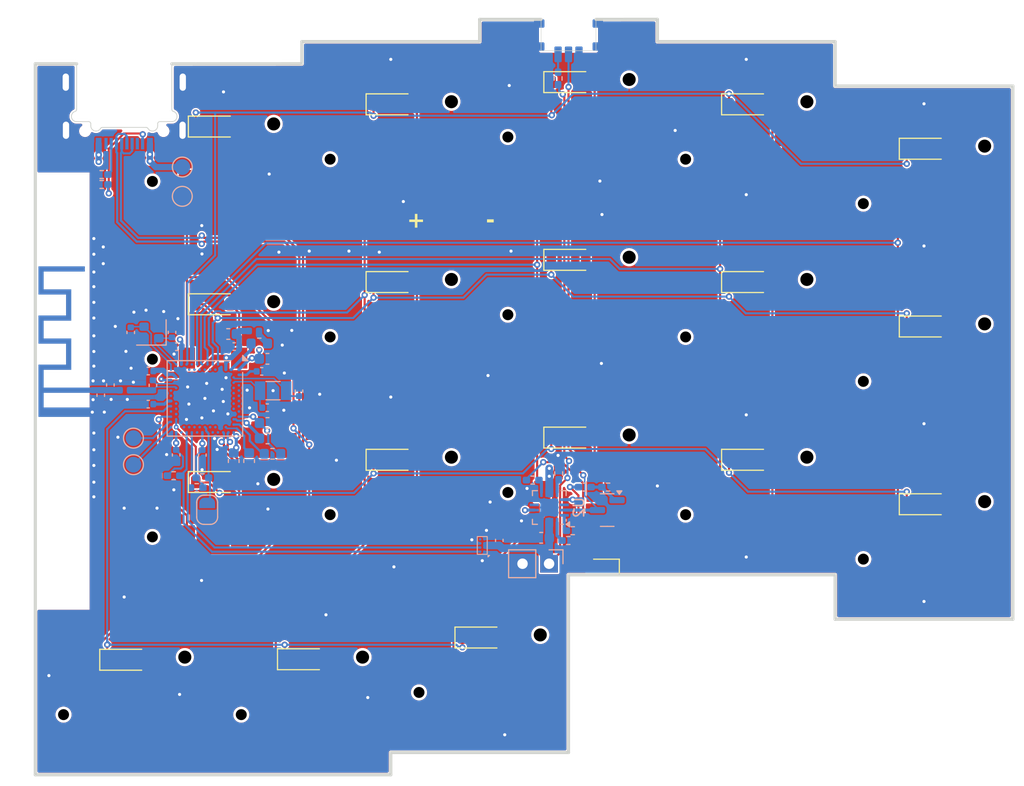
<source format=kicad_pcb>
(kicad_pcb (version 20241229) (generator "pcbnew") (generator_version "9.0")
  (title_block (title "Leptosis") (date "2025-07-05") (rev "v1.1") (company "Chengyin Yao (cheyao)") (comment 1 "A PG1316 Split Keyboard") (comment 2 "Right Half") (comment 3 "Solderpad License"))
  (layers (0 "F.Cu" signal) (4 "In1.Cu" signal) (6 "In2.Cu" signal) (2 "B.Cu" signal) (13 "F.Paste" user) (15 "B.Paste" user) (5 "F.SilkS" user "F.Silkscreen") (7 "B.SilkS" user "B.Silkscreen") (1 "F.Mask" user) (3 "B.Mask" user) (25 "Edge.Cuts" user))
  (net 0 "")
  (net 1 "/COL0")
  (net 2 "Net-(D1-A)")
  (net 3 "Net-(D2-A)")
  (net 4 "/COL1")
  (net 5 "/COL2")
  (net 6 "Net-(D3-A)")
  (net 7 "Net-(D4-A)")
  (net 8 "/COL3")
  (net 9 "Net-(D5-A)")
  (net 10 "/COL4")
  (net 11 "Net-(D7-A)")
  (net 12 "Net-(D8-A)")
  (net 13 "Net-(D9-A)")
  (net 14 "Net-(D10-A)")
  (net 15 "Net-(D11-A)")
  (net 16 "Net-(D13-A)")
  (net 17 "Net-(D14-A)")
  (net 18 "Net-(D15-A)")
  (net 19 "Net-(D16-A)")
  (net 20 "Net-(D17-A)")
  (net 21 "Net-(D21-A)")
  (net 22 "Net-(D22-A)")
  (net 23 "Net-(D23-A)")
  (net 34 "/~{RESET}")
  (net 54 "GND")
  (net 55 "Net-(AE1-A)")
  (net 56 "VDD_nRF")
  (net 57 "Net-(U1-XL1{slash}P0.00)")
  (net 58 "Net-(U1-DCC)")
  (net 59 "/D+")
  (net 60 "Net-(U1-XC2)")
  (net 61 "Net-(U1-ANT)")
  (net 62 "VBUS")
  (net 63 "Net-(U1-XC1)")
  (net 64 "/D-")
  (net 65 "Net-(U1-DCCH)")
  (net 66 "Net-(U1-XL2{slash}P0.01)")
  (net 67 "Net-(L2-Pad2)")
  (net 68 "Net-(J1-CC2)")
  (net 69 "Net-(J1-CC1)")
  (net 70 "+5V")
  (net 71 "Net-(U2-ILIM)")
  (net 72 "+BATT")
  (net 73 "/SYSOFF")
  (net 74 "Net-(Q2-G)")
  (net 75 "Net-(U2-TS)")
  (net 77 "Net-(U2-~{CHG})")
  (net 78 "Net-(U2-ISET)")
  (net 79 "Net-(SW31-A)")
  (net 80 "Net-(D31-K)")
  (net 81 "Net-(U1-SWDCLK)")
  (net 82 "Net-(U1-SWDIO)")
  (net 83 "/DEC1")
  (net 84 "/DEC3")
  (net 85 "/DEC5")
  (net 86 "/DEC4_6")
  (net 87 "/DECUSB")
  (net 88 "/ROW0")
  (net 89 "/ROW1")
  (net 90 "/ROW2")
  (net 91 "/ROW3")
  (net 92 "/SDA")
  (net 93 "/SCL")
  (net 94 "/~{ALERT}")
  (footprint "PCM_marbastlib-xp-choc:SW_PG1316S" (layer "F.Cu") (at 145.55 71.224416)
    (property "Reference" "SW4" (hide yes))
    (property "Value" "SW_Push")
  )
  (footprint "Diode_SMD:D_SOD-123" (layer "F.Cu") (at 145.55 85.724416)
    (property "Reference" "D9" (hide yes))
    (property "Value" "1N4148W")
  )
  (footprint "Diode_SMD:D_SOD-123" (layer "F.Cu") (at 111.55 106.974416)
    (property "Reference" "D17" (hide yes))
    (property "Value" "1N4148W")
  )
  (footprint "Diode_SMD:D_SOD-123" (layer "F.Cu") (at 145.55 102.724416)
    (property "Reference" "D15" (hide yes))
    (property "Value" "1N4148W")
  )
  (footprint "PCM_marbastlib-xp-choc:SW_PG1316S" (layer "F.Cu") (at 145.55 88.224416)
    (property "Reference" "SW10" (hide yes))
    (property "Value" "SW_Push")
  )
  (footprint "Diode_SMD:D_SOD-123" (layer "F.Cu") (at 179.55 75.099416)
    (property "Reference" "D1" (hide yes))
    (property "Value" "1N4148W")
  )
  (footprint "PCM_marbastlib-xp-choc:SW_PG1316S" (layer "F.Cu") (at 145.55 105.224416)
    (property "Reference" "SW16" (hide yes))
    (property "Value" "SW_Push")
  )
  (footprint "PCM_marbastlib-xp-choc:SW_PG1316S" (layer "F.Cu") (at 162.55 107.349416)
    (property "Reference" "SW15" (hide yes))
    (property "Value" "SW_Push")
  )
  (footprint "LED_SMD:LED_0603_1608Metric_Pad1.05x0.95mm_HandSolder" (layer "F.Cu") (at 148.75 115.09 180)
    (property "Reference" "D31" (hide yes))
    (property "Value" "LED")
  )
  (footprint "Diode_SMD:D_SOD-123" (layer "F.Cu") (at 128.55 104.849416)
    (property "Reference" "D16" (hide yes))
    (property "Value" "1N4148W")
  )
  (footprint "PCM_marbastlib-xp-choc:SW_PG1316S" (layer "F.Cu") (at 103.05 126.474416)
    (property "Reference" "SW24" (hide yes))
    (property "Value" "SW_Push")
  )
  (footprint "Diode_SMD:D_SOD-123" (layer "F.Cu") (at 128.55 87.849416)
    (property "Reference" "D10" (hide yes))
    (property "Value" "1N4148W")
  )
  (footprint "Diode_SMD:D_SOD-123" (layer "F.Cu") (at 103.075 123.974416)
    (property "Reference" "D23" (hide yes))
    (property "Value" "1N4148W")
  )
  (footprint "Diode_SMD:D_SOD-123" (layer "F.Cu") (at 162.55 104.849416)
    (property "Reference" "D14" (hide yes))
    (property "Value" "1N4148W")
  )
  (footprint "PCM_marbastlib-xp-choc:SW_PG1316S" (layer "F.Cu") (at 128.55 107.349416)
    (property "Reference" "SW17" (hide yes))
    (property "Value" "SW_Push")
  )
  (footprint "Diode_SMD:D_SOD-123" (layer "F.Cu") (at 162.55 70.849416)
    (property "Reference" "D2" (hide yes))
    (property "Value" "1N4148W")
  )
  (footprint "Diode_SMD:D_SOD-123" (layer "F.Cu") (at 179.55 109.099416)
    (property "Reference" "D13" (hide yes))
    (property "Value" "1N4148W")
  )
  (footprint "PCM_marbastlib-xp-choc:SW_PG1316S" (layer "F.Cu") (at 179.55 77.599416)
    (property "Reference" "SW2" (hide yes))
    (property "Value" "SW_Push")
  )
  (footprint "Diode_SMD:D_SOD-123" (layer "F.Cu") (at 111.55 72.974416)
    (property "Reference" "D5" (hide yes))
    (property "Value" "1N4148W")
  )
  (footprint "PCM_marbastlib-xp-choc:SW_PG1316S" (layer "F.Cu") (at 179.55 111.599416)
    (property "Reference" "SW14" (hide yes))
    (property "Value" "SW_Push")
  )
  (footprint "PCM_marbastlib-xp-choc:SW_PG1316S" (layer "F.Cu") (at 111.55 75.474416)
    (property "Reference" "SW6" (hide yes))
    (property "Value" "SW_Push")
  )
  (footprint "PCM_marbastlib-xp-choc:SW_PG1316S" (layer "F.Cu") (at 162.55 73.349416)
    (property "Reference" "SW3" (hide yes))
    (property "Value" "SW_Push")
  )
  (footprint "Diode_SMD:D_SOD-123" (layer "F.Cu") (at 137.05 121.849416)
    (property "Reference" "D21" (hide yes))
    (property "Value" "1N4148W")
  )
  (footprint "Diode_SMD:D_SOD-123" (layer "F.Cu") (at 162.55 87.849416)
    (property "Reference" "D8" (hide yes))
    (property "Value" "1N4148W")
  )
  (footprint "PCM_marbastlib-xp-choc:SW_PG1316S" (layer "F.Cu") (at 137.05 124.349416)
    (property "Reference" "SW22" (hide yes))
    (property "Value" "SW_Push")
  )
  (footprint "PCM_marbastlib-xp-choc:SW_PG1316S" (layer "F.Cu") (at 111.55 109.474416)
    (property "Reference" "SW18" (hide yes))
    (property "Value" "SW_Push")
  )
  (footprint "Diode_SMD:D_SOD-123" (layer "F.Cu") (at 120.075 123.924416)
    (property "Reference" "D22" (hide yes))
    (property "Value" "1N4148W")
  )
  (footprint "PCM_marbastlib-xp-choc:SW_PG1316S" (layer "F.Cu") (at 179.55 94.599416)
    (property "Reference" "SW8" (hide yes))
    (property "Value" "SW_Push")
  )
  (footprint "PCM_marbastlib-xp-choc:SW_PG1316S" (layer "F.Cu") (at 111.55 92.474416)
    (property "Reference" "SW12" (hide yes))
    (property "Value" "SW_Push")
  )
  (footprint "Diode_SMD:D_SOD-123" (layer "F.Cu") (at 179.55 92.099416)
    (property "Reference" "D7" (hide yes))
    (property "Value" "1N4148W")
  )
  (footprint "Diode_SMD:D_SOD-123" (layer "F.Cu") (at 111.55 89.974416)
    (property "Reference" "D11" (hide yes))
    (property "Value" "1N4148W")
  )
  (footprint "PCM_marbastlib-xp-choc:SW_PG1316S" (layer "F.Cu") (at 128.55 73.349416)
    (property "Reference" "SW5" (hide yes))
    (property "Value" "SW_Push")
  )
  (footprint "PCM_marbastlib-xp-choc:SW_PG1316S" (layer "F.Cu") (at 128.55 90.349416)
    (property "Reference" "SW11" (hide yes))
    (property "Value" "SW_Push")
  )
  (footprint "Diode_SMD:D_SOD-123" (layer "F.Cu") (at 145.55 68.724416)
    (property "Reference" "D3" (hide yes))
    (property "Value" "1N4148W")
  )
  (footprint "PCM_marbastlib-xp-choc:SW_PG1316S" (layer "F.Cu") (at 162.55 90.349416)
    (property "Reference" "SW9" (hide yes))
    (property "Value" "SW_Push")
  )
  (footprint "Diode_SMD:D_SOD-123" (layer "F.Cu") (at 128.55 70.849416)
    (property "Reference" "D4" (hide yes))
    (property "Value" "1N4148W")
  )
  (footprint "PCM_marbastlib-xp-choc:SW_PG1316S" (layer "F.Cu") (at 120.05 126.474416)
    (property "Reference" "SW23" (hide yes))
    (property "Value" "SW_Push")
  )
  (footprint "Capacitor_SMD:C_0603_1608Metric" (layer "B.Cu") (at 116.7625 102.801916)
    (property "Reference" "C15" (hide yes))
    (property "Value" "4.7uF")
  )
  (footprint "leptosis:Switch_Sink_MINI_MSK12CO2" (layer "B.Cu") (at 145.55 64.219416)
    (property "Reference" "SW31" (hide yes))
    (property "Value" "SW_SPDT")
    (fp_line (start -2.625 1.5) (end -2.625 -1.5) (stroke (width 0.05)) (layer "Edge.Cuts"))
    (fp_line (start 2.625 -1.5) (end 2.625 1.5) (stroke (width 0.05)) (layer "Edge.Cuts"))
    (fp_line (start 2.625 1.5) (end -2.625 1.5) (stroke (width 0.05)) (layer "Edge.Cuts"))
  )
  (footprint "Capacitor_SMD:C_0402_1005Metric" (layer "B.Cu") (at 116.7375 99.866916)
    (property "Reference" "C4" (hide yes))
    (property "Value" "15pF")
  )
  (footprint "Crystal:Crystal_SMD_2016-4Pin_2.0x1.6mm" (layer "B.Cu") (at 105.6525 92.666916 180)
    (property "Reference" "Y1" (hide yes))
    (property "Value" "32MHz 12pF")
  )
  (footprint "Capacitor_SMD:C_0603_1608Metric" (layer "B.Cu") (at 116.7625 101.326916)
    (property "Reference" "C16" (hide yes))
    (property "Value" "4.7uF")
  )
  (footprint "Capacitor_SMD:C_0402_1005Metric" (layer "B.Cu") (at 105.36 96.36)
    (property "Reference" "C9" (hide yes))
    (property "Value" "100pF")
  )
  (footprint "Connector_PinSocket_2.54mm:PinSocket_1x02_P2.54mm_Vertical" (layer "B.Cu") (at 143.69 114.79 90)
    (property "Reference" "J2" (hide yes))
    (property "Value" "Conn_01x02")
  )
  (footprint "Package_DFN_QFN:Nordic_AQFN-73-1EP_7x7mm_P0.5mm" (layer "B.Cu") (at 110.7725 98.976916 180)
    (property "Reference" "U1" (hide yes))
    (property "Value" "nRF52840")
  )
  (footprint "Resistor_SMD:R_0402_1005Metric_Pad0.72x0.64mm_HandSolder" (layer "B.Cu") (at 145.525 112.57 180)
    (property "Reference" "R10" (hide yes))
    (property "Value" "10k")
  )
  (footprint "Inductor_SMD:L_0402_1005Metric" (layer "B.Cu") (at 103.115001 98.195)
    (property "Reference" "L1" (hide yes))
    (property "Value" "4.7nH")
  )
  (footprint "Capacitor_SMD:C_0402_1005Metric" (layer "B.Cu") (at 100.810001 98.675 -90)
    (property "Reference" "C6" (hide yes))
    (property "Value" "0.5pF")
  )
  (footprint "Resistor_SMD:R_0402_1005Metric_Pad0.72x0.64mm_HandSolder" (layer "B.Cu") (at 100.9 77.565 180)
    (property "Reference" "R1" (hide yes))
    (property "Value" "5.1k")
  )
  (footprint "Resistor_SMD:R_0402_1005Metric_Pad0.72x0.64mm_HandSolder" (layer "B.Cu") (at 100.9 78.515 180)
    (property "Reference" "R2" (hide yes))
    (property "Value" "5.1k")
  )
  (footprint "Capacitor_SMD:C_0603_1608Metric" (layer "B.Cu") (at 146.585 109.66 -90)
    (property "Reference" "C22" (hide yes))
    (property "Value" "4.7uF")
  )
  (footprint "Crystal:Crystal_SMD_3215-2Pin_3.2x1.5mm" (layer "B.Cu") (at 117.2925 98.236916 180)
    (property "Reference" "Y2" (hide yes))
    (property "Value" "32.768kHz 12.5pF")
  )
  (footprint "Capacitor_SMD:C_0402_1005Metric" (layer "B.Cu") (at 138.93 112.56 90)
    (property "Reference" "C23" (hide yes))
    (property "Value" "100nF")
  )
  (footprint "Capacitor_SMD:C_0402_1005Metric" (layer "B.Cu") (at 113.5725 94.016916)
    (property "Reference" "C12" (hide yes))
    (property "Value" "47nF")
  )
  (footprint "Resistor_SMD:R_0402_1005Metric_Pad0.72x0.64mm_HandSolder" (layer "B.Cu") (at 109.99 107.51)
    (property "Reference" "R15" (hide yes))
    (property "Value" "5.1k")
  )
  (footprint "Capacitor_SMD:C_0603_1608Metric" (layer "B.Cu") (at 113.5275 104.966916 -90)
    (property "Reference" "C14" (hide yes))
    (property "Value" "4.7uF")
  )
  (footprint "Resistor_SMD:R_0402_1005Metric_Pad0.72x0.64mm_HandSolder" (layer "B.Cu") (at 144.61 106.16 -90)
    (property "Reference" "R5" (hide yes))
    (property "Value" "1.5k")
  )
  (footprint "TestPoint:TestPoint_Pad_D1.5mm" (layer "B.Cu") (at 108.61 79.65)
    (property "Reference" "TP4" (hide yes))
    (property "Value" "TestPoint")
  )
  (footprint "RF_Antenna:Texas_SWRA117D_2.4GHz_Left" (layer "B.Cu") (at 100.000001 98.195 -90)
    (property "Reference" "AE1" (hide yes))
    (property "Value" "Antenna_Shield")
  )
  (footprint "Inductor_SMD:L_0603_1608Metric" (layer "B.Cu") (at 115.9725 93.726916)
    (property "Reference" "L2" (hide yes))
    (property "Value" "10uH")
  )
  (footprint "Inductor_SMD:L_0603_1608Metric" (layer "B.Cu") (at 117.2375 104.276916)
    (property "Reference" "L4" (hide yes))
    (property "Value" "10uH")
  )
  (footprint "Resistor_SMD:R_0402_1005Metric_Pad0.72x0.64mm_HandSolder" (layer "B.Cu") (at 142.1225 106.79 180)
    (property "Reference" "R9" (hide yes))
    (property "Value" "1.5k")
  )
  (footprint "Capacitor_SMD:C_0402_1005Metric" (layer "B.Cu") (at 103.6775 92.666916 90)
    (property "Reference" "C1" (hide yes))
    (property "Value" "15pF")
  )
  (footprint "Capacitor_SMD:C_0402_1005Metric" (layer "B.Cu") (at 116.2025 96.391916 180)
    (property "Reference" "C8" (hide yes))
    (property "Value" "100nF")
  )
  (footprint "Capacitor_SMD:C_0402_1005Metric" (layer "B.Cu") (at 108.02 104.386916 -90)
    (property "Reference" "C20" (hide yes))
    (property "Value" "100nF")
  )
  (footprint "Inductor_SMD:L_0402_1005Metric" (layer "B.Cu") (at 115.465 92.526916 180)
    (property "Reference" "L3" (hide yes))
    (property "Value" "15nH")
  )
  (footprint "Capacitor_SMD:C_0402_1005Metric" (layer "B.Cu") (at 101.730001 97.695 90)
    (property "Reference" "C7" (hide yes))
    (property "Value" "NC")
  )
  (footprint "Resistor_SMD:R_0402_1005Metric_Pad0.72x0.64mm_HandSolder" (layer "B.Cu") (at 147.11 107.46 180)
    (property "Reference" "R7" (hide yes))
    (property "Value" "100")
  )
  (footprint "TestPoint:TestPoint_Pad_D1.5mm" (layer "B.Cu") (at 108.61 76.85)
    (property "Reference" "TP3" (hide yes))
    (property "Value" "TestPoint")
  )
  (footprint "Capacitor_SMD:C_0402_1005Metric" (layer "B.Cu") (at 110.5275 104.396916 -90)
    (property "Reference" "C19" (hide yes))
    (property "Value" "100nF")
  )
  (footprint "PCM_marbastlib-various:USB_C_Receptacle_HRO_TYPE-C-31-M-14" (layer "B.Cu") (at 103.059999 73.409416)
    (property "Reference" "J1" (hide yes))
    (property "Value" "USB_C_Receptacle_USB2.0_14P")
    (fp_line (start -4.554999 -2.0758) (end -4.554999 -6.435) (stroke (width 0.08)) (layer "Edge.Cuts"))
    (fp_line (start -3.405 -0.905) (end -4.555 -0.905) (stroke (width 0.08)) (layer "Edge.Cuts"))
    (fp_line (start -3.204999 -0.505) (end -3.204999 -0.705) (stroke (width 0.08)) (layer "Edge.Cuts"))
    (fp_line (start -0.004999 -0.355) (end -2.098781 -0.355) (stroke (width 0.08)) (layer "Edge.Cuts"))
    (fp_line (start -0.004999 -0.355) (end 2.0888 -0.355) (stroke (width 0.08)) (layer "Edge.Cuts"))
    (fp_line (start 3.195001 -0.505) (end 3.195001 -0.705) (stroke (width 0.08)) (layer "Edge.Cuts"))
    (fp_line (start 3.395 -0.905) (end 4.545 -0.905) (stroke (width 0.08)) (layer "Edge.Cuts"))
    (fp_line (start 4.545001 -2.075821) (end 4.545001 -6.43) (stroke (width 0.08)) (layer "Edge.Cuts"))
    (fp_arc (start -4.555 -0.905) (mid -5.04976 -1.332815) (end -4.697856 -1.884157) (stroke (width 0.08)) (layer "Edge.Cuts"))
    (fp_arc (start -4.554999 -2.0758) (mid -4.594642 -1.956298) (end -4.697856 -1.884158) (stroke (width 0.08)) (layer "Edge.Cuts"))
    (fp_arc (start -3.405 -0.905) (mid -3.263577 -0.846421) (end -3.204999 -0.705) (stroke (width 0.08)) (layer "Edge.Cuts"))
    (fp_arc (start -2.271986 -0.255) (mid -2.834409 -0.022037) (end -3.205001 -0.505) (stroke (width 0.08)) (layer "Edge.Cuts"))
    (fp_arc (start -2.271986 -0.255) (mid -2.198781 -0.328205) (end -2.098781 -0.355) (stroke (width 0.08)) (layer "Edge.Cuts"))
    (fp_arc (start 2.0888 -0.355) (mid 2.188789 -0.328211) (end 2.261988 -0.255) (stroke (width 0.08)) (layer "Edge.Cuts"))
    (fp_arc (start 3.195001 -0.705) (mid 3.253579 -0.846421) (end 3.395 -0.905) (stroke (width 0.08)) (layer "Edge.Cuts"))
    (fp_arc (start 3.195001 -0.505) (mid 2.82441 -0.022036) (end 2.261988 -0.255) (stroke (width 0.08)) (layer "Edge.Cuts"))
    (fp_arc (start 4.687858 -1.884158) (mid 5.039763 -1.332815) (end 4.545 -0.905) (stroke (width 0.08)) (layer "Edge.Cuts"))
    (fp_arc (start 4.687858 -1.884158) (mid 4.584652 -1.9563) (end 4.545001 -2.075821) (stroke (width 0.08)) (layer "Edge.Cuts"))
  )
  (footprint "Resistor_SMD:R_0402_1005Metric_Pad0.72x0.64mm_HandSolder" (layer "B.Cu") (at 107.78 106.37 180)
    (property "Reference" "R16" (hide yes))
    (property "Value" "5.1k")
  )
  (footprint "Resistor_SMD:R_0402_1005Metric_Pad0.72x0.64mm_HandSolder" (layer "B.Cu") (at 110.5275 106.566916)
    (property "Reference" "R3" (hide yes))
    (property "Value" "10k")
  )
  (footprint "Resistor_SMD:R_0402_1005Metric_Pad0.72x0.64mm_HandSolder" (layer "B.Cu") (at 144.55 68.374416 -90)
    (property "Reference" "R8" (hide yes))
    (property "Value" "10k")
  )
  (footprint "Capacitor_SMD:C_0402_1005Metric" (layer "B.Cu") (at 107.6275 92.666916 -90)
    (property "Reference" "C2" (hide yes))
    (property "Value" "15pF")
  )
  (footprint "Capacitor_SMD:C_0603_1608Metric" (layer "B.Cu") (at 115.0025 104.966916 90)
    (property "Reference" "C13" (hide yes))
    (property "Value" "4.7uF")
  )
  (footprint "Capacitor_SMD:C_0402_1005Metric" (layer "B.Cu") (at 105.8 97.725 90)
    (property "Reference" "C5" (hide yes))
    (property "Value" "0.8pF")
  )
  (footprint "Resistor_SMD:R_0402_1005Metric_Pad0.72x0.64mm_HandSolder" (layer "B.Cu") (at 145.95 111.63 180)
    (property "Reference" "R4" (hide yes))
    (property "Value" "3.9k")
  )
  (footprint "Jumper:SolderJumper-2_P1.3mm_Open_RoundedPad1.0x1.5mm" (layer "B.Cu") (at 110.9875 109.626916 90)
    (property "Reference" "JP1" (hide yes))
    (property "Value" "SolderJumper_2_Open")
  )
  (footprint "leptosis:WLP-8_1.67x0.93_P0.4" (layer "B.Cu") (at 137.3 113.04 90)
    (property "Reference" "U3" (hide yes))
    (property "Value" "MAX17048X")
  )
  (footprint "Package_TO_SOT_SMD:SOT-23" (layer "B.Cu") (at 149.25 109.66 180)
    (property "Reference" "Q2" (hide yes))
    (property "Value" "2N7002")
  )
  (footprint "Package_DFN_QFN:VQFN-16-1EP_3x3mm_P0.5mm_EP1.6x1.6mm" (layer "B.Cu") (at 143.71 109.41 90)
    (property "Reference" "U2")
    (property "Value" "BQ24075RGT")
  )
  (footprint "Capacitor_SMD:C_0402_1005Metric" (layer "B.Cu") (at 119.7725 98.276916 90)
    (property "Reference" "C3" (hide yes))
    (property "Value" "15pF")
  )
  (footprint "Capacitor_SMD:C_0603_1608Metric" (layer "B.Cu") (at 116.7525 95.191916)
    (property "Reference" "C17" (hide yes))
    (property "Value" "1uF")
  )
  (footprint "Capacitor_SMD:C_0402_1005Metric" (layer "B.Cu") (at 105.3525 99.526916)
    (property "Reference" "C10" (hide yes))
    (property "Value" "820pF")
  )
  (footprint "TestPoint:TestPoint_Pad_D1.5mm" (layer "B.Cu") (at 103.9375 102.776916)
    (property "Reference" "TP1" (hide yes))
    (property "Value" "TestPoint")
  )
  (footprint "Capacitor_SMD:C_0402_1005Metric" (layer "B.Cu") (at 108.0775 94.036916 180)
    (property "Reference" "C18" (hide yes))
    (property "Value" "100nF")
  )
  (footprint "Capacitor_SMD:C_0603_1608Metric" (layer "B.Cu") (at 142.935 112.31 180)
    (property "Reference" "C21" (hide yes))
    (property "Value" "4.7uF")
  )
  (footprint "Resistor_SMD:R_0402_1005Metric_Pad0.72x0.64mm_HandSolder" (layer "B.Cu") (at 149.335 107.46 180)
    (property "Reference" "R6" (hide yes))
    (property "Value" "10k")
  )
  (footprint "Capacitor_SMD:C_0603_1608Metric" (layer "B.Cu") (at 113.0025 92.816916)
    (property "Reference" "C11" (hide yes))
    (property "Value" "1uF")
  )
  (footprint "TestPoint:TestPoint_Pad_D1.5mm" (layer "B.Cu") (at 103.9375 105.316916)
    (property "Reference" "TP2" (hide yes))
    (property "Value" "TestPoint")
  )
  (gr_line (start 137.050001 62.724416) (end 137.050001 64.849416) (stroke (width 0.3)) (layer "Edge.Cuts"))
  (gr_line (start 145.550001 115.849416) (end 145.550001 132.849416) (stroke (width 0.3)) (layer "Edge.Cuts"))
  (gr_line (start 145.550001 132.849416) (end 128.550001 132.849416) (stroke (width 0.3)) (layer "Edge.Cuts"))
  (gr_line (start 120.050001 64.849416) (end 120.050001 66.974416) (stroke (width 0.3)) (layer "Edge.Cuts"))
  (gr_line (start 154.050001 64.849416) (end 154.050001 62.719416) (stroke (width 0.3)) (layer "Edge.Cuts"))
  (gr_line (start 142.925001 62.724416) (end 137.050001 62.724416) (stroke (width 0.3)) (layer "Edge.Cuts"))
  (gr_line (start 120.050001 66.974416) (end 107.605 66.979416) (stroke (width 0.3)) (layer "Edge.Cuts"))
  (gr_line (start 188.050001 120.099416) (end 171.050001 120.099416) (stroke (width 0.3)) (layer "Edge.Cuts"))
  (gr_line (start 171.050001 69.099416) (end 171.050001 64.849416) (stroke (width 0.3)) (layer "Edge.Cuts"))
  (gr_line (start 154.050001 62.719416) (end 148.175001 62.724416) (stroke (width 0.3)) (layer "Edge.Cuts"))
  (gr_line (start 98.505 66.974416) (end 94.550001 66.974416) (stroke (width 0.3)) (layer "Edge.Cuts"))
  (gr_line (start 94.550001 134.974416) (end 94.550001 66.974416) (stroke (width 0.3)) (layer "Edge.Cuts"))
  (gr_line (start 171.050001 64.849416) (end 154.050001 64.849416) (stroke (width 0.3)) (layer "Edge.Cuts"))
  (gr_line (start 171.050001 120.099416) (end 171.050001 115.849416) (stroke (width 0.3)) (layer "Edge.Cuts"))
  (gr_line (start 128.550001 134.974416) (end 94.550001 134.974416) (stroke (width 0.3)) (layer "Edge.Cuts"))
  (gr_line (start 188.050001 69.099416) (end 171.050001 69.099416) (stroke (width 0.3)) (layer "Edge.Cuts"))
  (gr_line (start 171.050001 115.849416) (end 145.550001 115.849416) (stroke (width 0.3)) (layer "Edge.Cuts"))
  (gr_line (start 137.050001 64.849416) (end 120.050001 64.849416) (stroke (width 0.3)) (layer "Edge.Cuts"))
  (gr_line (start 188.050001 69.099416) (end 188.050001 120.099416) (stroke (width 0.3)) (layer "Edge.Cuts"))
  (gr_line (start 128.550001 132.849416) (end 128.550001 134.974416) (stroke (width 0.3)) (layer "Edge.Cuts"))
  (gr_text "+" (at 130.975001 82.024416 0) (layer "F.SilkS") (effects (font (size 1.5 1.5) (thickness 0.3) (bold yes))))
  (gr_text "-" (at 138.075001 81.974416 0) (layer "F.SilkS") (effects (font (size 1.5 1.5) (thickness 0.3) (bold yes))))
  (segment (start 177.05 114.249416) (end 177.05 84.09) (width 0.2) (layer "F.Cu") (net 1))
  (segment (start 177.05 84.09) (end 177.05 80.249416) (width 0.2) (layer "F.Cu") (net 1))
  (via (at 177.05 84.09) (size 0.6) (drill 0.3) (layers "F.Cu" "B.Cu") (net 1))
  (segment (start 110.022501 90.717499) (end 116.65 84.09) (width 0.2) (layer "B.Cu") (net 1))
  (segment (start 116.65 84.09) (end 177.05 84.09) (width 0.2) (layer "B.Cu") (net 1))
  (segment (start 110.022501 95.726916) (end 110.022501 90.717499) (width 0.2) (layer "B.Cu") (net 1))
  (segment (start 182.05 75.949416) (end 181.2 75.099416) (width 0.2) (layer "F.Cu") (net 2))
  (segment (start 182.05 80.249416) (end 182.05 75.949416) (width 0.2) (layer "F.Cu") (net 2))
  (segment (start 165.05 71.699416) (end 164.2 70.849416) (width 0.2) (layer "F.Cu") (net 3))
  (segment (start 165.05 75.999416) (end 165.05 71.699416) (width 0.2) (layer "F.Cu") (net 3))
  (segment (start 160.05 86.59) (end 160.05 109.999416) (width 0.2) (layer "F.Cu") (net 4))
  (segment (start 160.05 75.999416) (end 160.05 86.59) (width 0.2) (layer "F.Cu") (net 4))
  (via (at 160.05 86.59) (size 0.6) (drill 0.3) (layers "F.Cu" "B.Cu") (net 4))
  (segment (start 110.397499 95.601916) (end 110.397499 93.947999) (width 0.2) (layer "B.Cu") (net 4))
  (segment (start 110.399 93.946498) (end 110.399 90.941) (width 0.2) (layer "B.Cu") (net 4))
  (segment (start 115.701 85.639) (end 149.499 85.639) (width 0.2) (layer "B.Cu") (net 4))
  (segment (start 110.522499 95.726916) (end 110.397499 95.601916) (width 0.2) (layer "B.Cu") (net 4))
  (segment (start 150.45 86.59) (end 160.05 86.59) (width 0.2) (layer "B.Cu") (net 4))
  (segment (start 110.399 90.941) (end 115.701 85.639) (width 0.2) (layer "B.Cu") (net 4))
  (segment (start 110.397499 93.947999) (end 110.399 93.946498) (width 0.2) (layer "B.Cu") (net 4))
  (segment (start 149.499 85.639) (end 150.45 86.59) (width 0.2) (layer "B.Cu") (net 4))
  (segment (start 142.55 107.374416) (end 143.05 107.874416) (width 0.2) (layer "F.Cu") (net 5))
  (segment (start 142.55 86.19) (end 142.55 74.374416) (width 0.2) (layer "F.Cu") (net 5))
  (segment (start 134.55 118.69) (end 143.05 110.19) (width 0.2) (layer "F.Cu") (net 5))
  (segment (start 142.55 74.374416) (end 143.05 73.874416) (width 0.2) (layer "F.Cu") (net 5))
  (segment (start 142.55 86.19) (end 142.55 107.374416) (width 0.2) (layer "F.Cu") (net 5))
  (segment (start 134.55 126.999416) (end 134.55 118.69) (width 0.2) (layer "F.Cu") (net 5))
  (segment (start 143.05 110.19) (end 143.05 107.874416) (width 0.2) (layer "F.Cu") (net 5))
  (via (at 142.55 86.19) (size 0.6) (drill 0.3) (layers "F.Cu" "B.Cu") (net 5))
  (segment (start 111.0225 94.3625) (end 111.0225 95.726916) (width 0.2) (layer "B.Cu") (net 5))
  (segment (start 115.75 86.19) (end 110.75 91.19) (width 0.2) (layer "B.Cu") (net 5))
  (segment (start 110.75 91.19) (end 110.75 94.09) (width 0.2) (layer "B.Cu") (net 5))
  (segment (start 142.55 86.19) (end 115.75 86.19) (width 0.2) (layer "B.Cu") (net 5))
  (segment (start 110.75 94.09) (end 111.0225 94.3625) (width 0.2) (layer "B.Cu") (net 5))
  (segment (start 148.05 69.574416) (end 147.2 68.724416) (width 0.2) (layer "F.Cu") (net 6))
  (segment (start 148.05 73.874416) (end 148.05 69.574416) (width 0.2) (layer "F.Cu") (net 6))
  (segment (start 131.05 71.699416) (end 130.2 70.849416) (width 0.2) (layer "F.Cu") (net 7))
  (segment (start 131.05 75.999416) (end 131.05 71.699416) (width 0.2) (layer "F.Cu") (net 7))
  (segment (start 126.05 112.89) (end 126.05 109.999416) (width 0.2) (layer "F.Cu") (net 8))
  (segment (start 126.05 89.09) (end 126.05 109.999416) (width 0.2) (layer "F.Cu") (net 8))
  (segment (start 126.05 75.999416) (end 126.05 89.09) (width 0.2) (layer "F.Cu") (net 8))
  (segment (start 117.55 129.124416) (end 117.55 121.39) (width 0.2) (layer "F.Cu") (net 8))
  (segment (start 117.55 121.39) (end 126.05 112.89) (width 0.2) (layer "F.Cu") (net 8))
  (via (at 126.05 89.09) (size 0.6) (drill 0.3) (layers "F.Cu" "B.Cu") (net 8))
  (segment (start 126.05 89.09) (end 124.375 90.765) (width 0.2) (layer "B.Cu") (net 8))
  (segment (start 111.15 93.84) (end 111.5225 94.2125) (width 0.2) (layer "B.Cu") (net 8))
  (segment (start 111.5225 94.2125) (end 111.5225 95.726916) (width 0.2) (layer "B.Cu") (net 8))
  (segment (start 111.15 91.315) (end 111.15 93.84) (width 0.2) (layer "B.Cu") (net 8))
  (segment (start 112.225 90.64) (end 111.825 90.64) (width 0.2) (layer "B.Cu") (net 8))
  (segment (start 112.35 90.765) (end 112.225 90.64) (width 0.2) (layer "B.Cu") (net 8))
  (segment (start 124.375 90.765) (end 112.35 90.765) (width 0.2) (layer "B.Cu") (net 8))
  (segment (start 111.825 90.64) (end 111.15 91.315) (width 0.2) (layer "B.Cu") (net 8))
  (segment (start 114.05 73.824416) (end 113.2 72.974416) (width 0.2) (layer "F.Cu") (net 9))
  (segment (start 114.05 78.124416) (end 114.05 73.824416) (width 0.2) (layer "F.Cu") (net 9))
  (segment (start 106.451 101.091) (end 106.451 107.589) (width 0.2) (layer "F.Cu") (net 10))
  (segment (start 119.2454 93.8354) (end 119.2454 101.84) (width 0.2) (layer "F.Cu") (net 10))
  (segment (start 115.863584 114.126416) (end 109.25 114.126416) (width 0.2) (layer "F.Cu") (net 10))
  (segment (start 106.451 107.589) (end 106.45 107.59) (width 0.2) (layer "F.Cu") (net 10))
  (segment (start 109.25 114.09) (end 109.05 113.89) (width 0.2) (layer "F.Cu") (net 10))
  (segment (start 109.25 114.126416) (end 109.25 114.09) (width 0.2) (layer "F.Cu") (net 10))
  (segment (start 106.35 100.99) (end 106.451 101.091) (width 0.2) (layer "F.Cu") (net 10))
  (segment (start 116.1 90.69) (end 119.2454 93.8354) (width 0.2) (layer "F.Cu") (net 10))
  (segment (start 120.75 109.24) (end 115.863584 114.126416) (width 0.2) (layer "F.Cu") (net 10))
  (segment (start 109.05 114.126416) (end 109.05 113.89) (width 0.2) (layer "F.Cu") (net 10))
  (segment (start 106.45 107.59) (end 109.05 110.19) (width 0.2) (layer "F.Cu") (net 10))
  (segment (start 100.55 129.124416) (end 100.55 122.626416) (width 0.2) (layer "F.Cu") (net 10))
  (segment (start 109.05 110.19) (end 109.05 112.124416) (width 0.2) (layer "F.Cu") (net 10))
  (segment (start 109.05 95.124416) (end 109.05 87.39) (width 0.2) (layer "F.Cu") (net 10))
  (segment (start 112.8 87.39) (end 116.1 90.69) (width 0.2) (layer "F.Cu") (net 10))
  (segment (start 109.05 87.39) (end 109.05 78.124416) (width 0.2) (layer "F.Cu") (net 10))
  (segment (start 109.05 113.89) (end 109.05 112.124416) (width 0.2) (layer "F.Cu") (net 10))
  (segment (start 100.55 122.626416) (end 109.05 114.126416) (width 0.2) (layer "F.Cu") (net 10))
  (segment (start 109.05 87.39) (end 112.8 87.39) (width 0.2) (layer "F.Cu") (net 10))
  (segment (start 109.25 114.126416) (end 109.05 114.126416) (width 0.2) (layer "F.Cu") (net 10))
  (segment (start 120.75 103.39) (end 120.75 109.24) (width 0.2) (layer "F.Cu") (net 10))
  (via (at 119.2454 101.84) (size 0.6) (drill 0.3) (layers "F.Cu" "B.Cu") (net 10))
  (via (at 106.35 100.99) (size 0.6) (drill 0.3) (layers "F.Cu" "B.Cu") (net 10))
  (via (at 120.75 103.39) (size 0.6) (drill 0.3) (layers "F.Cu" "B.Cu") (net 10))
  (segment (start 119.2454 101.8854) (end 120.75 103.39) (width 0.2) (layer "B.Cu") (net 10))
  (segment (start 119.2454 101.84) (end 119.2454 101.8854) (width 0.2) (layer "B.Cu") (net 10))
  (segment (start 106.613084 100.726916) (end 106.35 100.99) (width 0.2) (layer "B.Cu") (net 10))
  (segment (start 107.5225 100.726916) (end 106.613084 100.726916) (width 0.2) (layer "B.Cu") (net 10))
  (segment (start 182.05 92.949416) (end 181.2 92.099416) (width 0.2) (layer "F.Cu") (net 11))
  (segment (start 182.05 97.249416) (end 182.05 92.949416) (width 0.2) (layer "F.Cu") (net 11))
  (segment (start 165.05 92.999416) (end 165.05 88.699416) (width 0.2) (layer "F.Cu") (net 12))
  (segment (start 165.05 88.699416) (end 164.2 87.849416) (width 0.2) (layer "F.Cu") (net 12))
  (segment (start 148.05 90.874416) (end 148.05 86.574416) (width 0.2) (layer "F.Cu") (net 13))
  (segment (start 148.05 86.574416) (end 147.2 85.724416) (width 0.2) (layer "F.Cu") (net 13))
  (segment (start 131.05 88.699416) (end 130.2 87.849416) (width 0.2) (layer "F.Cu") (net 14))
  (segment (start 131.05 92.999416) (end 131.05 88.699416) (width 0.2) (layer "F.Cu") (net 14))
  (segment (start 114.05 90.824416) (end 113.2 89.974416) (width 0.2) (layer "F.Cu") (net 15))
  (segment (start 114.05 95.124416) (end 114.05 90.824416) (width 0.2) (layer "F.Cu") (net 15))
  (segment (start 182.05 109.949416) (end 181.2 109.099416) (width 0.2) (layer "F.Cu") (net 16))
  (segment (start 182.05 114.249416) (end 182.05 109.949416) (width 0.2) (layer "F.Cu") (net 16))
  (segment (start 165.05 105.699416) (end 164.2 104.849416) (width 0.2) (layer "F.Cu") (net 17))
  (segment (start 165.05 109.999416) (end 165.05 105.699416) (width 0.2) (layer "F.Cu") (net 17))
  (segment (start 148.05 107.874416) (end 148.05 103.574416) (width 0.2) (layer "F.Cu") (net 18))
  (segment (start 148.05 103.574416) (end 147.2 102.724416) (width 0.2) (layer "F.Cu") (net 18))
  (segment (start 131.05 109.999416) (end 131.05 105.699416) (width 0.2) (layer "F.Cu") (net 19))
  (segment (start 131.05 105.699416) (end 130.2 104.849416) (width 0.2) (layer "F.Cu") (net 19))
  (segment (start 114.05 112.124416) (end 114.05 107.824416) (width 0.2) (layer "F.Cu") (net 20))
  (segment (start 114.05 107.824416) (end 113.2 106.974416) (width 0.2) (layer "F.Cu") (net 20))
  (segment (start 139.55 122.699416) (end 138.7 121.849416) (width 0.2) (layer "F.Cu") (net 21))
  (segment (start 139.55 126.999416) (end 139.55 122.699416) (width 0.2) (layer "F.Cu") (net 21))
  (segment (start 122.55 129.124416) (end 122.55 124.749415) (width 0.2) (layer "F.Cu") (net 22))
  (segment (start 122.55 124.749415) (end 121.725 123.924415) (width 0.2) (layer "F.Cu") (net 22))
  (segment (start 105.55 129.124416) (end 105.55 124.799416) (width 0.2) (layer "F.Cu") (net 23))
  (segment (start 105.55 124.799416) (end 104.725 123.974416) (width 0.2) (layer "F.Cu") (net 23))
  (segment (start 111.26 106.701916) (end 111.125 106.566916) (width 0.2) (layer "B.Cu") (net 34))
  (segment (start 111.125 106.566916) (end 111.125 102.329415) (width 0.2) (layer "B.Cu") (net 34))
  (segment (start 111.022501 102.226916) (end 110.896501 102.100916) (width 0.2) (layer "B.Cu") (net 34))
  (segment (start 110.896501 101.850917) (end 110.7725 101.726916) (width 0.2) (layer "B.Cu") (net 34))
  (segment (start 111.26 108.704416) (end 111.26 106.701916) (width 0.2) (layer "B.Cu") (net 34))
  (segment (start 111.125 102.329415) (end 111.022501 102.226916) (width 0.2) (layer "B.Cu") (net 34))
  (segment (start 110.896501 102.100916) (end 110.896501 101.850917) (width 0.2) (layer "B.Cu") (net 34))
  (segment (start 110.9875 108.976916) (end 111.26 108.704416) (width 0.2) (layer "B.Cu") (net 34))
  (via (at 100.15 85.19) (size 0.6) (drill 0.3) (layers "F.Cu" "B.Cu") (net 54))
  (via (at 126.35 127.59) (size 0.6) (drill 0.3) (layers "F.Cu" "B.Cu") (net 54))
  (via (at 101.05 84.49) (size 0.6) (drill 0.3) (layers "F.Cu" "B.Cu") (net 54))
  (via (at 162.55 66.549416) (size 0.6) (drill 0.3) (layers "F.Cu" "B.Cu") (net 54))
  (via (at 162.55 114.149416) (size 0.6) (drill 0.3) (layers "F.Cu" "B.Cu") (net 54))
  (via (at 101.075001 97.3) (size 0.6) (drill 0.3) (layers "F.Cu" "B.Cu") (net 54))
  (via (at 111.59 100.17) (size 0.6) (drill 0.3) (layers "F.Cu" "B.Cu") (net 54))
  (via (at 148.693613 95.631409) (size 0.6) (drill 0.3) (layers "F.Cu" "B.Cu") (net 54))
  (via (at 103.2175 94.48) (size 0.6) (drill 0.3) (layers "F.Cu" "B.Cu") (net 54))
  (via (at 139.88 69.05) (size 0.6) (drill 0.3) (layers "F.Cu" "B.Cu") (net 54))
  (via (at 112.53 99.274416) (size 0.6) (drill 0.3) (layers "F.Cu" "B.Cu") (net 54))
  (via (at 100.15 103.89) (size 0.6) (drill 0.3) (layers "F.Cu" "B.Cu") (net 54))
  (via (at 102.45 102.69) (size 0.6) (drill 0.3) (layers "F.Cu" "B.Cu") (net 54))
  (via (at 100.15 83.69) (size 0.6) (drill 0.3) (layers "F.Cu" "B.Cu") (net 54))
  (via (at 100.15 91.29) (size 0.6) (drill 0.3) (layers "F.Cu" "B.Cu") (net 54))
  (via (at 155.75 73.349416) (size 0.6) (drill 0.3) (layers "F.Cu" "B.Cu") (net 54))
  (via (at 179.55 101.399416) (size 0.6) (drill 0.3) (layers "F.Cu" "B.Cu") (net 54))
  (via (at 109.01 100.99) (size 0.6) (drill 0.3) (layers "F.Cu" "B.Cu") (net 54))
  (via (at 122.35 119.674416) (size 0.6) (drill 0.3) (layers "F.Cu" "B.Cu") (net 54))
  (via (at 108.35 127.29) (size 0.6) (drill 0.3) (layers "F.Cu" "B.Cu") (net 54))
  (via (at 137.3 114.5) (size 0.6) (drill 0.3) (layers "F.Cu" "B.Cu") (net 54))
  (via (at 100.15 106.99) (size 0.6) (drill 0.3) (layers "F.Cu" "B.Cu") (net 54))
  (via (at 136.3 112.5) (size 0.6) (drill 0.3) (layers "F.Cu" "B.Cu") (net 54))
  (via (at 112.55 69.66) (size 0.6) (drill 0.3) (layers "F.Cu" "B.Cu") (net 54))
  (via (at 127.45 84.99) (size 0.6) (drill 0.3) (layers "F.Cu" "B.Cu") (net 54))
  (via (at 111.94 103.86) (size 0.6) (drill 0.3) (layers "F.Cu" "B.Cu") (net 54))
  (via (at 129.75 80.149416) (size 0.6) (drill 0.3) (layers "F.Cu" "B.Cu") (net 54))
  (via (at 102.700001 97.3) (size 0.6) (drill 0.3) (layers "F.Cu" "B.Cu") (net 54))
  (via (at 128.55 66.549416) (size 0.6) (drill 0.3) (layers "F.Cu" "B.Cu") (net 54))
  (via (at 101.15 100.29) (size 0.6) (drill 0.3) (layers "F.Cu" "B.Cu") (net 54))
  (via (at 110.48 100.84) (size 0.6) (drill 0.3) (layers "F.Cu" "B.Cu") (net 54))
  (via (at 106.83 90.67) (size 0.6) (drill 0.3) (layers "F.Cu" "B.Cu") (net 54))
  (via (at 110.7725 98.976916) (size 0.6) (drill 0.3) (layers "F.Cu" "B.Cu") (net 54))
  (via (at 141.58 107.59) (size 0.6) (drill 0.3) (layers "F.Cu" "B.Cu") (net 54))
  (via (at 117.85 84.99) (size 0.6) (drill 0.3) (layers "F.Cu" "B.Cu") (net 54))
  (via (at 109.24 99.52) (size 0.6) (drill 0.3) (layers "F.Cu" "B.Cu") (net 54))
  (via (at 115.837477 107.142835) (size 0.6) (drill 0.3) (layers "F.Cu" "B.Cu") (net 54))
  (via (at 139.45 131.149416) (size 0.6) (drill 0.3) (layers "F.Cu" "B.Cu") (net 54))
  (via (at 100.15 105.39) (size 0.6) (drill 0.3) (layers "F.Cu" "B.Cu") (net 54))
  (via (at 112.97 100.46) (size 0.6) (drill 0.3) (layers "F.Cu" "B.Cu") (net 54))
  (via (at 115.04 99.88) (size 0.6) (drill 0.3) (layers "F.Cu" "B.Cu") (net 54))
  (via (at 108.19 91.35) (size 0.6) (drill 0.3) (layers "F.Cu" "B.Cu") (net 54))
  (via (at 103.05 117.974416) (size 0.6) (drill 0.3) (layers "F.Cu" "B.Cu") (net 54))
  (via (at 144.55 104.43) (size 0.6) (drill 0.3) (layers "F.Cu" "B.Cu") (net 54))
  (via (at 101.800001 99.075) (size 0.6) (drill 0.3) (layers "F.Cu" "B.Cu") (net 54))
  (via (at 123.35 104.89) (size 0.6) (drill 0.3) (layers "F.Cu" "B.Cu") (net 54))
  (via (at 110.5 105.8) (size 0.6) (drill 0.3) (layers "F.Cu" "B.Cu") (net 54))
  (via (at 111.69 102.82) (size 0.6) (drill 0.3) (layers "F.Cu" "B.Cu") (net 54))
  (via (at 128.85 115.09) (size 0.6) (drill 0.3) (layers "F.Cu" "B.Cu") (net 54))
  (via (at 138.05 108.89) (size 0.6) (drill 0.3) (layers "F.Cu" "B.Cu") (net 54))
  (via (at 110.49 85.16) (size 0.6) (drill 0.3) (layers "F.Cu" "B.Cu") (net 54))
  (via (at 116.92 77.52) (size 0.6) (drill 0.3) (layers "F.Cu" "B.Cu") (net 54))
  (via (at 103.98 90.73) (size 0.6) (drill 0.3) (layers "F.Cu" "B.Cu") (net 54))
  (via (at 100.15 95.89) (size 0.6) (drill 0.3) (layers "F.Cu" "B.Cu") (net 54))
  (via (at 120.75 84.89) (size 0.6) (drill 0.3) (layers "F.Cu" "B.Cu") (net 54))
  (via (at 103.05 109.474416) (size 0.6) (drill 0.3) (layers "F.Cu" "B.Cu") (net 54))
  (via (at 179.55 84.399416) (size 0.6) (drill 0.3) (layers "F.Cu" "B.Cu") (net 54))
  (via (at 105.14 90.54) (size 0.6) (drill 0.3) (layers "F.Cu" "B.Cu") (net 54))
  (via (at 100.15 88.29) (size 0.6) (drill 0.3) (layers "F.Cu" "B.Cu") (net 54))
  (via (at 118.32 100.11) (size 0.6) (drill 0.3) (layers "F.Cu" "B.Cu") (net 54))
  (via (at 100.15 92.99) (size 0.6) (drill 0.3) (layers "F.Cu" "B.Cu") (net 54))
  (via (at 107.82 94.74) (size 0.6) (drill 0.3) (layers "F.Cu" "B.Cu") (net 54))
  (via (at 121.75 98.58) (size 0.6) (drill 0.3) (layers "F.Cu" "B.Cu") (net 54))
  (via (at 137.7 111.6) (size 0.6) (drill 0.3) (layers "F.Cu" "B.Cu") (net 54))
  (via (at 110.45 116.39) (size 0.6) (drill 0.3) (layers "F.Cu" "B.Cu") (net 54))
  (via (at 103.929166 97.4289) (size 0.6) (drill 0.3) (layers "F.Cu" "B.Cu") (net 54))
  (via (at 137.85 96.79) (size 0.6) (drill 0.3) (layers "F.Cu" "B.Cu") (net 54))
  (via (at 179.55 70.799416) (size 0.6) (drill 0.3) (layers "F.Cu" "B.Cu") (net 54))
  (via (at 103.71 96.09) (size 0.6) (drill 0.3) (layers "F.Cu" "B.Cu") (net 54))
  (via (at 179.55 118.399416) (size 0.6) (drill 0.3) (layers "F.Cu" "B.Cu") (net 54))
  (via (at 118.17 93.88) (size 0.6) (drill 0.3) (layers "F.Cu" "B.Cu") (net 54))
  (via (at 118.37 96.55) (size 0.6) (drill 0.3) (layers "F.Cu" "B.Cu") (net 54))
  (via (at 100.075001 97.3) (size 0.6) (drill 0.3) (layers "F.Cu" "B.Cu") (net 54))
  (via (at 100.15 94.49) (size 0.6) (drill 0.3) (layers "F.Cu" "B.Cu") (net 54))
  (via (at 100.15 86.89) (size 0.6) (drill 0.3) (layers "F.Cu" "B.Cu") (net 54))
  (via (at 140.05 84.89) (size 0.6) (drill 0.3) (layers "F.Cu" "B.Cu") (net 54))
  (via (at 100.15 102.29) (size 0.6) (drill 0.3) (layers "F.Cu" "B.Cu") (net 54))
  (via (at 100.15 89.79) (size 0.6) (drill 0.3) (layers "F.Cu" "B.Cu") (net 54))
  (via (at 114.81 98.19) (size 0.6) (drill 0.3) (layers "F.Cu" "B.Cu") (net 54))
  (via (at 112.42 98.11) (size 0.6) (drill 0.3) (layers "F.Cu" "B.Cu") (net 54))
  (via (at 116.83 92.49) (size 0.6) (drill 0.3) (layers "F.Cu" "B.Cu") (net 54))
  (via (at 107.11 104.35) (size 0.6) (drill 0.3) (layers "F.Cu" "B.Cu") (net 54))
  (via (at 148.55 78.19) (size 0.6) (drill 0.3) (layers "F.Cu" "B.Cu") (net 54))
  (via (at 154.05 107.349416) (size 0.6) (drill 0.3) (layers "F.Cu" "B.Cu") (net 54))
  (via (at 116.8 109.56) (size 0.6) (drill 0.3) (layers "F.Cu" "B.Cu") (net 54))
  (via (at 100.075001 99.1) (size 0.6) (drill 0.3) (layers "F.Cu" "B.Cu") (net 54))
  (via (at 103.350001 99.075) (size 0.6) (drill 0.3) (layers "F.Cu" "B.Cu") (net 54))
  (via (at 106.19 109.474416) (size 0.6) (drill 0.3) (layers "F.Cu" "B.Cu") (net 54))
  (via (at 117.2925 98.236916) (size 0.6) (drill 0.3) (layers "F.Cu" "B.Cu") (net 54))
  (via (at 128.55 98.849416) (size 0.6) (drill 0.3) (layers "F.Cu" "B.Cu") (net 54))
  (via (at 110.94 97.54) (size 0.6) (drill 0.3) (layers "F.Cu" "B.Cu") (net 54))
  (via (at 109.12 97.88) (size 0.6) (drill 0.3) (layers "F.Cu" "B.Cu") (net 54))
  (via (at 148.75 81.39) (size 0.6) (drill 0.3) (layers "F.Cu" "B.Cu") (net 54))
  (via (at 100.15 108.39) (size 0.6) (drill 0.3) (layers "F.Cu" "B.Cu") (net 54))
  (via (at 162.55 79.49) (size 0.6) (drill 0.3) (layers "F.Cu" "B.Cu") (net 54))
  (via (at 162.55 100.549416) (size 0.6) (drill 0.3) (layers "F.Cu" "B.Cu") (net 54))
  (via (at 101.05 86.09) (size 0.6) (drill 0.3) (layers "F.Cu" "B.Cu") (net 54))
  (via (at 124.55 84.89) (size 0.6) (drill 0.3) (layers "F.Cu" "B.Cu") (net 54))
  (via (at 119.08 92.474416) (size 0.6) (drill 0.3) (layers "F.Cu" "B.Cu") (net 54))
  (via (at 141.05 110.69) (size 0.6) (drill 0.3) (layers "F.Cu" "B.Cu") (net 54))
  (via (at 107.8 107.72) (size 0.6) (drill 0.3) (layers "F.Cu" "B.Cu") (net 54))
  (via (at 102.2 92.09) (size 0.6) (drill 0.3) (layers "F.Cu" "B.Cu") (net 54))
  (via (at 95.85 125.49) (size 0.6) (drill 0.3) (layers "F.Cu" "B.Cu") (net 54))
  (via (at 112.79 97) (size 0.6) (drill 0.3) (layers "F.Cu" "B.Cu") (net 54))
  (via (at 110.47 82.45) (size 0.6) (drill 0.3) (layers "F.Cu" "B.Cu") (net 54))
  (segment (start 107.924 97.575416) (end 106.130416 97.575416) (width 0.145) (layer "B.Cu") (net 54))
  (segment (start 106.130416 97.575416) (end 105.8 97.245) (width 0.145) (layer "B.Cu") (net 54))
  (segment (start 108.0225 97.476916) (end 107.924 97.575416) (width 0.145) (layer "B.Cu") (net 54))
  (segment (start 100.000001 98.195) (end 102.630001 98.195) (width 0.5977) (layer "B.Cu") (net 55))
  (via (at 115.97 94.35) (size 0.6) (drill 0.3) (layers "F.Cu" "B.Cu") (net 56))
  (via (at 115.275002 95.13) (size 0.6) (drill 0.3) (layers "F.Cu" "B.Cu") (net 56))
  (via (at 115.3875 100.726916) (size 0.6) (drill 0.3) (layers "F.Cu" "B.Cu") (net 56))
  (via (at 116.72598 102.059425) (size 0.6) (drill 0.3) (layers "F.Cu" "B.Cu") (net 56))
  (via (at 108.02 103.25) (size 0.6) (drill 0.3) (layers "F.Cu" "B.Cu") (net 56))
  (via (at 108.385536 93.342706) (size 0.6) (drill 0.3) (layers "F.Cu" "B.Cu") (net 56))
  (via (at 110.5275 103.29) (size 0.6) (drill 0.3) (layers "F.Cu" "B.Cu") (net 56))
  (segment (start 108.5225 94.071916) (end 108.5575 94.036916) (width 0.3) (layer "B.Cu") (net 56))
  (segment (start 108.6715 105.4785) (end 108.6715 104.558416) (width 0.2) (layer "B.Cu") (net 56))
  (segment (start 107.8625 105.69) (end 108.46 105.69) (width 0.2) (layer "B.Cu") (net 56))
  (segment (start 108.5225 95.726916) (end 108.5225 94.071916) (width 0.3) (layer "B.Cu") (net 56))
  (segment (start 115.9775 95.191916) (end 115.9775 94.3575) (width 0.3) (layer "B.Cu") (net 56))
  (segment (start 115.9875 101.326916) (end 116.8317 102.171116) (width 0.2096) (layer "B.Cu") (net 56))
  (segment (start 110.5275 103.916916) (end 110.5275 103.29) (width 0.25) (layer "B.Cu") (net 56))
  (segment (start 115.213086 95.191916) (end 115.0575 95.191916) (width 0.3) (layer "B.Cu") (net 56))
  (segment (start 110.5875 107.51) (end 110.5875 107.224416) (width 0.2) (layer "B.Cu") (net 56))
  (segment (start 115.275002 95.13) (end 115.213086 95.191916) (width 0.3) (layer "B.Cu") (net 56))
  (segment (start 114.0225 100.726916) (end 115.3875 100.726916) (width 0.2) (layer "B.Cu") (net 56))
  (segment (start 115.9875 101.326916) (end 115.993471 101.326916) (width 0.2) (layer "B.Cu") (net 56))
  (segment (start 115.0575 95.191916) (end 114.0225 96.226916) (width 0.3) (layer "B.Cu") (net 56))
  (segment (start 108.02 103.906916) (end 108.02 103.25) (width 0.25) (layer "B.Cu") (net 56))
  (segment (start 109.93 106.566916) (end 109.93 104.514416) (width 0.2) (layer "B.Cu") (net 56))
  (segment (start 115.993471 101.326916) (end 116.72598 102.059425) (width 0.2) (layer "B.Cu") (net 56))
  (segment (start 117.851312 104.276916) (end 118.025 104.276916) (width 0.2096) (layer "B.Cu") (net 56))
  (segment (start 108.437706 93.342706) (end 108.5575 93.4625) (width 0.3) (layer "B.Cu") (net 56))
  (segment (start 107.1825 106.37) (end 107.8625 105.69) (width 0.2) (layer "B.Cu") (net 56))
  (segment (start 110.5275 103.29) (end 110.5275 102.231916) (width 0.25) (layer "B.Cu") (net 56))
  (segment (start 115.9775 94.3575) (end 115.97 94.35) (width 0.3) (layer "B.Cu") (net 56))
  (segment (start 108.02 103.25) (end 108.02 102.229416) (width 0.25) (layer "B.Cu") (net 56))
  (segment (start 110.5275 102.231916) (end 110.5225 102.226916) (width 0.25) (layer "B.Cu") (net 56))
  (segment (start 115.275002 95.13) (end 115.336918 95.191916) (width 0.3) (layer "B.Cu") (net 56))
  (segment (start 116.8317 103.257304) (end 117.851312 104.276916) (width 0.2096) (layer "B.Cu") (net 56))
  (segment (start 115.336918 95.191916) (end 115.9775 95.191916) (width 0.3) (layer "B.Cu") (net 56))
  (segment (start 108.02 102.229416) (end 108.0225 102.226916) (width 0.25) (layer "B.Cu") (net 56))
  (segment (start 109.93 104.514416) (end 110.5275 103.916916) (width 0.2) (layer "B.Cu") (net 56))
  (segment (start 108.5575 93.4625) (end 108.5575 94.036916) (width 0.3) (layer "B.Cu") (net 56))
  (segment (start 108.385536 93.342706) (end 108.437706 93.342706) (width 0.3) (layer "B.Cu") (net 56))
  (segment (start 116.8317 102.171116) (end 116.8317 103.257304) (width 0.2096) (layer "B.Cu") (net 56))
  (segment (start 108.46 105.69) (end 108.6715 105.4785) (width 0.2) (layer "B.Cu") (net 56))
  (segment (start 115.3875 100.726916) (end 115.9875 101.326916) (width 0.25) (layer "B.Cu") (net 56))
  (segment (start 110.5875 107.224416) (end 109.93 106.566916) (width 0.2) (layer "B.Cu") (net 56))
  (segment (start 108.6715 104.558416) (end 108.02 103.906916) (width 0.2) (layer "B.Cu") (net 56))
  (segment (start 113.621 97.075416) (end 117.381 97.075416) (width 0.145) (layer "B.Cu") (net 57))
  (segment (start 113.5225 96.976916) (end 113.621 97.075416) (width 0.145) (layer "B.Cu") (net 57))
  (segment (start 119.7725 98.756916) (end 119.0625 98.756916) (width 0.145) (layer "B.Cu") (net 57))
  (segment (start 119.0625 98.756916) (end 118.5425 98.236916) (width 0.145) (layer "B.Cu") (net 57))
  (segment (start 117.381 97.075416) (end 118.5425 98.236916) (width 0.145) (layer "B.Cu") (net 57))
  (segment (start 113.2725 96.226916) (end 115.185 94.314416) (width 0.3) (layer "B.Cu") (net 58))
  (segment (start 115.185 94.314416) (end 115.185 93.726916) (width 0.3) (layer "B.Cu") (net 58))
  (segment (start 120.1598 85.255524) (end 118.524476 83.6202) (width 0.2096) (layer "F.Cu") (net 59))
  (segment (start 112.3725 103.139212) (end 112.5927 103.359412) (width 0.2096) (layer "F.Cu") (net 59))
  (segment (start 112.5927 103.966976) (end 113.905524 105.2798) (width 0.2096) (layer "F.Cu") (net 59))
  (segment (start 112.5927 103.359412) (end 112.5927 103.966976) (width 0.2096) (layer "F.Cu") (net 59))
  (segment (start 119.104476 105.2798) (end 120.1598 104.224476) (width 0.2096) (layer "F.Cu") (net 59))
  (segment (start 113.905524 105.2798) (end 119.104476 105.2798) (width 0.2096) (layer "F.Cu") (net 59))
  (segment (start 110.6902 83.6202) (end 110.47 83.4) (width 0.2096) (layer "F.Cu") (net 59))
  (segment (start 118.524476 83.6202) (end 110.6902 83.6202) (width 0.2096) (layer "F.Cu") (net 59))
  (segment (start 120.1598 104.224476) (end 120.1598 85.255524) (width 0.2096) (layer "F.Cu") (net 59))
  (via (at 110.47 83.4) (size 0.6) (drill 0.3) (layers "F.Cu" "B.Cu") (net 59))
  (via (at 112.3725 103.139212) (size 0.6) (drill 0.3) (layers "F.Cu" "B.Cu") (net 59))
  (segment (start 102.739799 81.965523) (end 102.739799 75.504617) (width 0.2096) (layer "B.Cu") (net 59))
  (segment (start 102.990583 75.54) (end 102.809999 75.359416) (width 0.2) (layer "B.Cu") (net 59))
  (segment (start 103.809999 74.609416) (end 103.809999 75.311416) (width 0.2) (layer "B.Cu") (net 59))
  (segment (start 112.5927 102.919012) (end 112.3725 103.139212) (width 0.2096) (layer "B.Cu") (net 59))
  (segment (start 112.5225 102.226916) (end 112.5927 102.297116) (width 0.2096) (layer "B.Cu") (net 59))
  (segment (start 110.47 83.4) (end 110.2498 83.6202) (width 0.2096) (layer "B.Cu") (net 59))
  (segment (start 110.2498 83.6202) (end 104.394476 83.6202) (width 0.2096) (layer "B.Cu") (net 59))
  (segment (start 102.809999 75.359416) (end 102.809999 74.609416) (width 0.2) (layer "B.Cu") (net 59))
  (segment (start 103.809999 75.311416) (end 103.581415 75.54) (width 0.2) (layer "B.Cu") (net 59))
  (segment (start 104.394476 83.6202) (end 102.739799 81.965523) (width 0.2096) (layer "B.Cu") (net 59))
  (segment (start 112.5927 102.297116) (end 112.5927 102.919012) (width 0.2096) (layer "B.Cu") (net 59))
  (segment (start 103.581415 75.54) (end 102.990583 75.54) (width 0.2) (layer "B.Cu") (net 59))
  (segment (start 102.809999 75.434417) (end 102.809999 74.609416) (width 0.2096) (layer "B.Cu") (net 59))
  (segment (start 102.739799 75.504617) (end 102.809999 75.434417) (width 0.2096) (layer "B.Cu") (net 59))
  (segment (start 108.0225 95.726916) (end 105.99 93.694416) (width 0.15) (layer "B.Cu") (net 60))
  (segment (start 105.99 93.694416) (end 105.99 93.579416) (width 0.15) (layer "B.Cu") (net 60))
  (segment (start 107.5575 93.216916) (end 107.6275 93.146916) (width 0.15) (layer "B.Cu") (net 60))
  (segment (start 105.99 93.579416) (end 106.3525 93.216916) (width 0.15) (layer "B.Cu") (net 60))
  (segment (start 106.3525 93.216916) (end 107.5575 93.216916) (width 0.15) (layer "B.Cu") (net 60))
  (segment (start 103.610001 98.205) (end 103.600001 98.195) (width 0.5977) (layer "B.Cu") (net 61))
  (segment (start 106.126584 97.878416) (end 105.8 98.205) (width 0.145) (layer "B.Cu") (net 61))
  (segment (start 105.8 98.205) (end 103.610001 98.205) (width 0.5977) (layer "B.Cu") (net 61))
  (segment (start 107.924 97.878416) (end 106.126584 97.878416) (width 0.145) (layer "B.Cu") (net 61))
  (segment (start 108.0225 97.976916) (end 107.924 97.878416) (width 0.145) (layer "B.Cu") (net 61))
  (via (at 105.509999 75.64) (size 0.6) (drill 0.3) (layers "F.Cu" "B.Cu") (net 62))
  (via (at 100.61 76.35) (size 0.6) (drill 0.3) (layers "F.Cu" "B.Cu") (net 62))
  (via (at 105.509999 76.289999) (size 0.6) (drill 0.3) (layers "F.Cu" "B.Cu") (net 62))
  (via (at 145.95 108.66) (size 0.6) (drill 0.3) (layers "F.Cu" "B.Cu") (net 62))
  (via (at 113.7735 102.6) (size 0.6) (drill 0.3) (layers "F.Cu" "B.Cu") (net 62))
  (via (at 100.61 75.68) (size 0.6) (drill 0.3) (layers "F.Cu" "B.Cu") (net 62))
  (via (at 113.7735 103.69) (size 0.6) (drill 0.3) (layers "F.Cu" "B.Cu") (net 62))
  (segment (start 113.7735 103.9165) (end 113.5 104.19) (width 0.3) (layer "B.Cu") (net 62))
  (segment (start 105.509999 76.289999) (end 106.07 76.85) (width 0.5977) (layer "B.Cu") (net 62))
  (segment (start 145.1475 108.66) (end 145.95 108.66) (width 0.3) (layer "B.Cu") (net 62))
  (segment (start 100.61 75.68) (end 100.61 76.35) (width 0.5977) (layer "B.Cu") (net 62))
  (segment (start 105.509999 75.64) (end 105.509999 76.289999) (width 0.5977) (layer "B.Cu") (net 62))
  (segment (start 113.5225 102.226916) (end 113.5225 102.349) (width 0.2) (layer "B.Cu") (net 62))
  (segment (start 100.609999 74.609416) (end 100.609999 75.679999) (width 0.5977) (layer "B.Cu") (net 62))
  (segment (start 145.95 108.66) (end 146.36 108.66) (width 0.3) (layer "B.Cu") (net 62))
  (segment (start 113.5225 102.349) (end 113.7735 102.6) (width 0.2) (layer "B.Cu") (net 62))
  (segment (start 113.7735 103.69) (end 113.7735 103.9165) (width 0.3) (layer "B.Cu") (net 62))
  (segment (start 106.07 76.85) (end 108.61 76.85) (width 0.5977) (layer "B.Cu") (net 62))
  (segment (start 113.5275 103.936) (end 113.7735 103.69) (width 0.2) (layer "B.Cu") (net 62))
  (segment (start 113.5275 104.191916) (end 113.5275 103.936) (width 0.2) (layer "B.Cu") (net 62))
  (segment (start 146.36 108.66) (end 146.585 108.885) (width 0.3) (layer "B.Cu") (net 62))
  (segment (start 105.509999 74.609416) (end 105.509999 75.64) (width 0.5977) (layer "B.Cu") (net 62))
  (segment (start 113.7735 102.6) (end 113.7735 103.69) (width 0.3) (layer "B.Cu") (net 62))
  (segment (start 100.609999 75.679999) (end 100.61 75.68) (width 0.5977) (layer "B.Cu") (net 62))
  (segment (start 103.7475 92.116916) (end 103.6775 92.186916) (width 0.15) (layer "B.Cu") (net 63))
  (segment (start 104.9525 92.116916) (end 103.7475 92.116916) (width 0.15) (layer "B.Cu") (net 63))
  (segment (start 105.6285 93.82871) (end 105.6285 92.792916) (width 0.15) (layer "B.Cu") (net 63))
  (segment (start 107.5225 95.72271) (end 105.6285 93.82871) (width 0.15) (layer "B.Cu") (net 63))
  (segment (start 107.5225 96.226916) (end 107.5225 95.72271) (width 0.15) (layer "B.Cu") (net 63))
  (segment (start 105.6285 92.792916) (end 104.9525 92.116916) (width 0.15) (layer "B.Cu") (net 63))
  (segment (start 112.9523 103.818024) (end 114.054476 104.9202) (width 0.2096) (layer "F.Cu") (net 64))
  (segment (start 112.9523 103.359412) (end 112.9523 103.818024) (width 0.2096) (layer "F.Cu") (net 64))
  (segment (start 113.1725 103.139212) (end 112.9523 103.359412) (width 0.2096) (layer "F.Cu") (net 64))
  (segment (start 119.8002 85.404476) (end 118.375524 83.9798) (width 0.2096) (layer "F.Cu") (net 64))
  (segment (start 119.8002 104.075524) (end 119.8002 85.404476) (width 0.2096) (layer "F.Cu") (net 64))
  (segment (start 110.6902 83.9798) (end 110.47 84.2) (width 0.2096) (layer "F.Cu") (net 64))
  (segment (start 118.375524 83.9798) (end 110.6902 83.9798) (width 0.2096) (layer "F.Cu") (net 64))
  (segment (start 118.955524 104.9202) (end 119.8002 104.075524) (width 0.2096) (layer "F.Cu") (net 64))
  (segment (start 114.054476 104.9202) (end 118.955524 104.9202) (width 0.2096) (layer "F.Cu") (net 64))
  (via (at 113.1725 103.139212) (size 0.6) (drill 0.3) (layers "F.Cu" "B.Cu") (net 64))
  (via (at 110.47 84.2) (size 0.6) (drill 0.3) (layers "F.Cu" "B.Cu") (net 64))
  (segment (start 104.245524 83.9798) (end 102.380199 82.114475) (width 0.2096) (layer "B.Cu") (net 64))
  (segment (start 112.9523 102.297116) (end 112.9523 102.919012) (width 0.2096) (layer "B.Cu") (net 64))
  (segment (start 103.309999 73.907416) (end 103.309999 74.609416) (width 0.2) (layer "B.Cu") (net 64))
  (segment (start 102.489415 73.68) (end 103.082583 73.68) (width 0.2) (layer "B.Cu") (net 64))
  (segment (start 102.380199 75.504617) (end 102.309999 75.434417) (width 0.2096) (layer "B.Cu") (net 64))
  (segment (start 103.082583 73.68) (end 103.309999 73.907416) (width 0.2) (layer "B.Cu") (net 64))
  (segment (start 112.9523 102.919012) (end 113.1725 103.139212) (width 0.2096) (layer "B.Cu") (net 64))
  (segment (start 110.2498 83.9798) (end 104.245524 83.9798) (width 0.2096) (layer "B.Cu") (net 64))
  (segment (start 102.309999 73.859416) (end 102.489415 73.68) (width 0.2) (layer "B.Cu") (net 64))
  (segment (start 113.0225 102.226916) (end 112.9523 102.297116) (width 0.2096) (layer "B.Cu") (net 64))
  (segment (start 102.309999 74.609416) (end 102.309999 73.859416) (width 0.2) (layer "B.Cu") (net 64))
  (segment (start 102.309999 75.434417) (end 102.309999 74.609416) (width 0.2096) (layer "B.Cu") (net 64))
  (segment (start 110.47 84.2) (end 110.2498 83.9798) (width 0.2096) (layer "B.Cu") (net 64))
  (segment (start 102.380199 82.114475) (end 102.380199 75.504617) (width 0.2096) (layer "B.Cu") (net 64))
  (segment (start 114.056916 101.476916) (end 113.5225 101.476916) (width 0.2096) (layer "B.Cu") (net 65))
  (segment (start 116.301312 104.276916) (end 115.07 103.045604) (width 0.2096) (layer "B.Cu") (net 65))
  (segment (start 115.07 103.045604) (end 115.07 102.49) (width 0.2096) (layer "B.Cu") (net 65))
  (segment (start 116.45 104.276916) (end 116.301312 104.276916) (width 0.2096) (layer "B.Cu") (net 65))
  (segment (start 115.07 102.49) (end 114.056916 101.476916) (width 0.2096) (layer "B.Cu") (net 65))
  (segment (start 113.5225 97.476916) (end 113.621 97.378416) (width 0.145) (layer "B.Cu") (net 66))
  (segment (start 116.0425 99.651916) (end 116.2575 99.866916) (width 0.145) (layer "B.Cu") (net 66))
  (segment (start 113.621 97.378416) (end 115.184 97.378416) (width 0.145) (layer "B.Cu") (net 66))
  (segment (start 116.0425 98.236916) (end 116.0425 99.651916) (width 0.145) (layer "B.Cu") (net 66))
  (segment (start 115.184 97.378416) (end 116.0425 98.236916) (width 0.145) (layer "B.Cu") (net 66))
  (segment (start 115.95 92.526916) (end 115.95 92.916916) (width 0.5977) (layer "B.Cu") (net 67))
  (segment (start 115.95 92.916916) (end 116.76 93.726916) (width 0.5977) (layer "B.Cu") (net 67))
  (segment (start 103.025 73.64) (end 104.75 73.64) (width 0.2) (layer "F.Cu") (net 68))
  (segment (start 101.575 79.365) (end 101.575 75.09) (width 0.2) (layer "F.Cu") (net 68))
  (segment (start 101.575 75.09) (end 103.025 73.64) (width 0.2) (layer "F.Cu") (net 68))
  (segment (start 104.75 73.64) (end 104.825 73.715) (width 0.2) (layer "F.Cu") (net 68))
  (via (at 104.825 73.715) (size 0.6) (drill 0.3) (layers "F.Cu" "B.Cu") (net 68))
  (via (at 101.575 79.365) (size 0.6) (drill 0.3) (layers "F.Cu" "B.Cu") (net 68))
  (segment (start 101.4975 79.2875) (end 101.575 79.365) (width 0.2) (layer "B.Cu") (net 68))
  (segment (start 101.4975 78.515) (end 101.4975 79.2875) (width 0.2) (layer "B.Cu") (net 68))
  (segment (start 104.825 73.715) (end 104.825 74.594415) (width 0.2) (layer "B.Cu") (net 68))
  (segment (start 104.825 74.594415) (end 104.809999 74.609416) (width 0.2) (layer "B.Cu") (net 68))
  (segment (start 101.809999 77.252501) (end 101.809999 74.609416) (width 0.2) (layer "B.Cu") (net 69))
  (segment (start 101.4975 77.565) (end 101.809999 77.252501) (width 0.2) (layer "B.Cu") (net 69))
  (segment (start 146.501 112.641) (end 147.875 114.015) (width 0.2) (layer "F.Cu") (net 70))
  (segment (start 145.69 107.45) (end 146.501 108.261) (width 0.2) (layer "F.Cu") (net 70))
  (segment (start 146.501 108.261) (end 146.501 112.641) (width 0.2) (layer "F.Cu") (net 70))
  (segment (start 147.875 114.015) (end 147.875 115.09) (width 0.2) (layer "F.Cu") (net 70))
  (via (at 145.69 107.45) (size 0.6) (drill 0.3) (layers "F.Cu" "B.Cu") (net 70))
  (via (at 143.71 106.424414) (size 0.6) (drill 0.3) (layers "F.Cu" "B.Cu") (net 70))
  (via (at 141.39 109.67) (size 0.6) (drill 0.3) (layers "F.Cu" "B.Cu") (net 70))
  (via (at 143.71 105.67) (size 0.6) (drill 0.3) (layers "F.Cu" "B.Cu") (net 70))
  (via (at 114.755735 101.326916) (size 0.6) (drill 0.3) (layers "F.Cu" "B.Cu") (net 70))
  (segment (start 115.9875 102.801916) (end 115.9875 102.558681) (width 0.3) (layer "B.Cu") (net 70))
  (segment (start 143.71 105.67) (end 143.71 108.084) (width 0.75) (layer "B.Cu") (net 70))
  (segment (start 146.5125 107.46) (end 145.7 107.46) (width 0.3) (layer "B.Cu") (net 70))
  (segment (start 145.7 107.46) (end 145.69 107.45) (width 0.3) (layer "B.Cu") (net 70))
  (segment (start 142.2725 109.66) (end 141.4 109.66) (width 0.3) (layer "B.Cu") (net 70))
  (segment (start 141.4 109.66) (end 141.39 109.67) (width 0.3) (layer "B.Cu") (net 70))
  (segment (start 115.9875 102.558681) (end 114.755735 101.326916) (width 0.3) (layer "B.Cu") (net 70))
  (segment (start 113.5225 100.976916) (end 113.733967 100.976916) (width 0.2096) (layer "B.Cu") (net 70))
  (segment (start 114.536535 101.107716) (end 114.755735 101.326916) (width 0.2096) (layer "B.Cu") (net 70))
  (segment (start 113.733967 100.976916) (end 113.864767 101.107716) (width 0.2096) (layer "B.Cu") (net 70))
  (segment (start 113.864767 101.107716) (end 114.536535 101.107716) (width 0.2096) (layer "B.Cu") (net 70))
  (segment (start 144.46 107.9725) (end 144.46 106.9075) (width 0.3) (layer "B.Cu") (net 71))
  (segment (start 144.46 106.9075) (end 144.61 106.7575) (width 0.3) (layer "B.Cu") (net 71))
  (segment (start 144.75 107.59) (end 144.75 107.29) (width 0.2) (layer "F.Cu") (net 72))
  (segment (start 145.15 70.04) (end 145 69.89) (width 0.2) (layer "F.Cu") (net 72))
  (segment (start 145.600001 104.940001) (end 145.15 104.49) (width 0.2) (layer "F.Cu") (net 72))
  (segment (start 145.600001 104.962183) (end 145.600001 104.940001) (width 0.2) (layer "F.Cu") (net 72))
  (segment (start 143.69 114.79) (end 144.75 113.73) (width 0.2) (layer "F.Cu") (net 72))
  (segment (start 144.75 107.29) (end 145.45 106.59) (width 0.2) (layer "F.Cu") (net 72))
  (segment (start 144.75 113.73) (end 144.75 107.59) (width 0.2) (layer "F.Cu") (net 72))
  (segment (start 145.15 104.49) (end 145.15 70.04) (width 0.2) (layer "F.Cu") (net 72))
  (via (at 145.45 106.59) (size 0.6) (drill 0.3) (layers "F.Cu" "B.Cu") (net 72))
  (via (at 145.600001 104.962183) (size 0.6) (drill 0.3) (layers "F.Cu" "B.Cu") (net 72))
  (via (at 145 69.89) (size 0.6) (drill 0.3) (layers "F.Cu" "B.Cu") (net 72))
  (segment (start 145 69.89) (end 144.65 69.54) (width 0.2) (layer "B.Cu") (net 72))
  (segment (start 145.45 105.112184) (end 145.600001 104.962183) (width 0.2) (layer "B.Cu") (net 72))
  (segment (start 139.201 113.311) (end 142.621 113.311) (width 0.75) (layer "B.Cu") (net 72))
  (segment (start 143.69 113.43) (end 143.69 110.736) (width 0.75) (layer "B.Cu") (net 72))
  (segment (start 145.45 106.59) (end 145.45 105.112184) (width 0.2) (layer "B.Cu") (net 72))
  (segment (start 143.69 114.79) (end 143.69 113.43) (width 0.75) (layer "B.Cu") (net 72))
  (segment (start 144.65 69.54) (end 144.65 69.071916) (width 0.2) (layer "B.Cu") (net 72))
  (segment (start 143.571 113.311) (end 143.69 113.43) (width 0.75) (layer "B.Cu") (net 72))
  (segment (start 138.93 113.04) (end 137.746 113.04) (width 0.74) (layer "B.Cu") (net 72))
  (segment (start 138.93 113.04) (end 139.201 113.311) (width 0.75) (layer "B.Cu") (net 72))
  (segment (start 142.621 113.311) (end 143.23 113.92) (width 0.75) (layer "B.Cu") (net 72))
  (segment (start 144.65 69.071916) (end 144.55 68.971916) (width 0.2) (layer "B.Cu") (net 72))
  (segment (start 142.621 113.311) (end 143.571 113.311) (width 0.75) (layer "B.Cu") (net 72))
  (segment (start 146.959959 106.322141) (end 146.15 105.512182) (width 0.2) (layer "F.Cu") (net 73))
  (segment (start 146.15 104.39) (end 145.55 103.79) (width 0.2) (layer "F.Cu") (net 73))
  (segment (start 146.15 105.512182) (end 146.15 104.39) (width 0.2) (layer "F.Cu") (net 73))
  (segment (start 145.55 103.79) (end 145.55 69.19) (width 0.2) (layer "F.Cu") (net 73))
  (via (at 146.959959 106.322141) (size 0.6) (drill 0.3) (layers "F.Cu" "B.Cu") (net 73))
  (via (at 145.55 69.19) (size 0.6) (drill 0.3) (layers "F.Cu" "B.Cu") (net 73))
  (segment (start 147.096 106.458182) (end 147.096 108.276956) (width 0.15) (layer "B.Cu") (net 73))
  (segment (start 145.1475 109.66) (end 148.3125 109.66) (width 0.3) (layer "B.Cu") (net 73))
  (segment (start 148.3125 109.493456) (end 148.3125 109.66) (width 0.15) (layer "B.Cu") (net 73))
  (segment (start 147.096 108.276956) (end 148.3125 109.493456) (width 0.15) (layer "B.Cu") (net 73))
  (segment (start 145.55 66.069416) (end 145.55 69.19) (width 0.2) (layer "B.Cu") (net 73))
  (segment (start 146.959959 106.322141) (end 147.096 106.458182) (width 0.15) (layer "B.Cu") (net 73))
  (segment (start 147.7075 107.46) (end 148.7375 107.46) (width 0.3) (layer "B.Cu") (net 74))
  (segment (start 149.9875 108.71) (end 148.7375 107.46) (width 0.3) (layer "B.Cu") (net 74))
  (segment (start 150.1875 108.71) (end 149.9875 108.71) (width 0.3) (layer "B.Cu") (net 74))
  (segment (start 144.46 110.8475) (end 144.46 112.1025) (width 0.3) (layer "B.Cu") (net 75))
  (segment (start 144.46 112.1025) (end 144.9275 112.57) (width 0.3) (layer "B.Cu") (net 75))
  (segment (start 142.96 107.9725) (end 142.96 107.03) (width 0.3) (layer "B.Cu") (net 77))
  (segment (start 142.96 107.03) (end 142.72 106.79) (width 0.3) (layer "B.Cu") (net 77))
  (segment (start 145.1475 110.16) (end 145.1475 111.425) (width 0.3) (layer "B.Cu") (net 78))
  (segment (start 145.1475 111.425) (end 145.3525 111.63) (width 0.3) (layer "B.Cu") (net 78))
  (segment (start 144.55 66.069416) (end 144.55 67.776916) (width 0.2) (layer "B.Cu") (net 79))
  (segment (start 146.95 107.09) (end 144.934359 105.074359) (width 0.2) (layer "F.Cu") (net 80))
  (segment (start 149.625 115.09) (end 146.95 112.415) (width 0.2) (layer "F.Cu") (net 80))
  (segment (start 144.934359 105.074359) (end 143.139177 105.074359) (width 0.2) (layer "F.Cu") (net 80))
  (segment (start 146.95 112.415) (end 146.95 107.09) (width 0.2) (layer "F.Cu") (net 80))
  (via (at 143.139177 105.074359) (size 0.6) (drill 0.3) (layers "F.Cu" "B.Cu") (net 80))
  (segment (start 141.525 106.79) (end 141.525 106.688536) (width 0.2) (layer "B.Cu") (net 80))
  (segment (start 141.525 106.688536) (end 143.139177 105.074359) (width 0.2) (layer "B.Cu") (net 80))
  (segment (start 107.363084 101.226916) (end 105.813084 102.776916) (width 0.2) (layer "B.Cu") (net 81))
  (segment (start 107.5225 101.226916) (end 107.363084 101.226916) (width 0.2) (layer "B.Cu") (net 81))
  (segment (start 105.813084 102.776916) (end 103.9375 102.776916) (width 0.2) (layer "B.Cu") (net 81))
  (segment (start 107.515584 101.738832) (end 107.515584 101.72) (width 0.2) (layer "B.Cu") (net 82))
  (segment (start 103.9375 105.316916) (end 107.515584 101.738832) (width 0.2) (layer "B.Cu") (net 82))
  (segment (start 107.515584 101.72) (end 107.5225 101.726916) (width 0.2) (layer "B.Cu") (net 82))
  (segment (start 114.763084 96.726916) (end 115.098084 96.391916) (width 0.25) (layer "B.Cu") (net 83))
  (segment (start 114.0225 96.726916) (end 114.763084 96.726916) (width 0.25) (layer "B.Cu") (net 83))
  (segment (start 115.098084 96.391916) (end 115.7225 96.391916) (width 0.25) (layer "B.Cu") (net 83))
  (segment (start 105.91 96.29) (end 105.84 96.36) (width 0.5) (layer "B.Cu") (net 84))
  (segment (start 106.78 96.29) (end 105.91 96.29) (width 0.5) (layer "B.Cu") (net 84))
  (segment (start 107.715584 96.67) (end 107.16 96.67) (width 0.3) (layer "B.Cu") (net 84))
  (segment (start 108.0225 96.976916) (end 107.715584 96.67) (width 0.3) (layer "B.Cu") (net 84))
  (segment (start 107.16 96.67) (end 106.78 96.29) (width 0.5) (layer "B.Cu") (net 84))
  (segment (start 107.5225 99.226917) (end 107.203083 99.226917) (width 0.3) (layer "B.Cu") (net 85))
  (segment (start 106.903084 99.526916) (end 105.8325 99.526916) (width 0.3) (layer "B.Cu") (net 85))
  (segment (start 107.203083 99.226917) (end 106.903084 99.526916) (width 0.3) (layer "B.Cu") (net 85))
  (segment (start 107 96.72) (end 110.07 96.72) (width 0.5977) (layer "F.Cu") (net 86))
  (segment (start 111.7 95.09) (end 112.824998 95.09) (width 0.5977) (layer "F.Cu") (net 86))
  (segment (start 106.6 97.12) (end 107 96.72) (width 0.5977) (layer "F.Cu") (net 86))
  (segment (start 110.07 96.72) (end 111.7 95.09) (width 0.5977) (layer "F.Cu") (net 86))
  (via (at 106.6 97.12) (size 0.45) (drill 0.2) (layers "F.Cu" "B.Cu") (net 86))
  (via (at 112.824998 95.09) (size 0.6) (drill 0.3) (layers "F.Cu" "B.Cu") (net 86))
  (segment (start 112.7725 95.74) (end 112.7725 95.5) (width 0.3) (layer "B.Cu") (net 86))
  (segment (start 113.289415 95.09) (end 114.0525 94.326915) (width 0.5) (layer "B.Cu") (net 86))
  (segment (start 112.7725 95.74) (end 112.7725 95.606915) (width 0.3) (layer "B.Cu") (net 86))
  (segment (start 112.7725 95.142498) (end 112.824998 95.09) (width 0.3) (layer "B.Cu") (net 86))
  (segment (start 106.706916 97.226916) (end 106.6 97.12) (width 0.25) (layer "B.Cu") (net 86))
  (segment (start 112.824998 95.09) (end 113.289415 95.09) (width 0.5) (layer "B.Cu") (net 86))
  (segment (start 114.0525 94.326915) (end 114.0525 94.016916) (width 0.5) (layer "B.Cu") (net 86))
  (segment (start 112.7725 95.606915) (end 113.289415 95.09) (width 0.3) (layer "B.Cu") (net 86))
  (segment (start 113.1825 95.09) (end 112.7725 95.5) (width 0.3) (layer "B.Cu") (net 86))
  (segment (start 112.7725 96.226916) (end 112.7725 95.74) (width 0.3) (layer "B.Cu") (net 86))
  (segment (start 114.0525 94.016916) (end 114.0525 93.091916) (width 0.5) (layer "B.Cu") (net 86))
  (segment (start 114.0675 92.526916) (end 113.7775 92.816916) (width 0.5977) (layer "B.Cu") (net 86))
  (segment (start 114.98 92.526916) (end 114.0675 92.526916) (width 0.5977) (layer "B.Cu") (net 86))
  (segment (start 113.289415 95.09) (end 113.1825 95.09) (width 0.3) (layer "B.Cu") (net 86))
  (segment (start 114.0525 93.091916) (end 113.7775 92.816916) (width 0.5) (layer "B.Cu") (net 86))
  (segment (start 107.5225 97.226916) (end 106.706916 97.226916) (width 0.25) (layer "B.Cu") (net 86))
  (segment (start 112.7725 95.5) (end 112.7725 95.142498) (width 0.3) (layer "B.Cu") (net 86))
  (segment (start 113.81 101.84) (end 114.53 102.56) (width 0.2096) (layer "B.Cu") (net 87))
  (segment (start 112.885584 101.84) (end 113.81 101.84) (width 0.15) (layer "B.Cu") (net 87))
  (segment (start 114.53 103.719416) (end 115.0025 104.191916) (width 0.2096) (layer "B.Cu") (net 87))
  (segment (start 114.53 102.56) (end 114.53 103.719416) (width 0.2096) (layer "B.Cu") (net 87))
  (segment (start 112.7725 101.726916) (end 112.885584 101.84) (width 0.15) (layer "B.Cu") (net 87))
  (segment (start 126.9 71.94) (end 126.9 70.849416) (width 0.2) (layer "F.Cu") (net 88))
  (segment (start 143.9 71.84) (end 143.9 68.724416) (width 0.2) (layer "F.Cu") (net 88))
  (segment (start 160.9 69.84) (end 160.9 70.849416) (width 0.2) (layer "F.Cu") (net 88))
  (segment (start 143.95 71.89) (end 143.9 71.84) (width 0.2) (layer "F.Cu") (net 88))
  (segment (start 109.9 72.974416) (end 109.9 71.64) (width 0.2) (layer "F.Cu") (net 88))
  (segment (start 177.9 76.54) (end 177.9 75.099416) (width 0.2) (layer "F.Cu") (net 88))
  (via (at 177.9 76.54) (size 0.6) (drill 0.3) (layers "F.Cu" "B.Cu") (net 88))
  (via (at 160.9 69.84) (size 0.6) (drill 0.3) (layers "F.Cu" "B.Cu") (net 88))
  (via (at 109.9 71.64) (size 0.6) (drill 0.3) (layers "F.Cu" "B.Cu") (net 88))
  (via (at 143.95 71.89) (size 0.6) (drill 0.3) (layers "F.Cu" "B.Cu") (net 88))
  (via (at 126.9 71.94) (size 0.6) (drill 0.3) (layers "F.Cu" "B.Cu") (net 88))
  (segment (start 143.95 71.89) (end 146 69.84) (width 0.2) (layer "B.Cu") (net 88))
  (segment (start 160.9 69.84) (end 161.1 69.84) (width 0.2) (layer "B.Cu") (net 88))
  (segment (start 109.0885 95.660916) (end 109.0225 95.726916) (width 0.2) (layer "B.Cu") (net 88))
  (segment (start 109.0885 87.9515) (end 109.0885 95.660916) (width 0.2) (layer "B.Cu") (net 88))
  (segment (start 143.9 71.94) (end 126.9 71.94) (width 0.2) (layer "B.Cu") (net 88))
  (segment (start 111.75 71.64) (end 111.75 85.29) (width 0.2) (layer "B.Cu") (net 88))
  (segment (start 111.75 71.64) (end 126.6 71.64) (width 0.2) (layer "B.Cu") (net 88))
  (segment (start 146 69.84) (end 160.9 69.84) (width 0.2) (layer "B.Cu") (net 88))
  (segment (start 109.9 71.64) (end 111.75 71.64) (width 0.2) (layer "B.Cu") (net 88))
  (segment (start 161.1 69.84) (end 167.8 76.54) (width 0.2) (layer "B.Cu") (net 88))
  (segment (start 111.75 85.29) (end 109.0885 87.9515) (width 0.2) (layer "B.Cu") (net 88))
  (segment (start 167.8 76.54) (end 177.9 76.54) (width 0.2) (layer "B.Cu") (net 88))
  (segment (start 126.6 71.64) (end 126.9 71.94) (width 0.2) (layer "B.Cu") (net 88))
  (segment (start 143.95 71.89) (end 143.9 71.94) (width 0.2) (layer "B.Cu") (net 88))
  (segment (start 177.9 92.099416) (end 177.9 90.84) (width 0.2) (layer "F.Cu") (net 89))
  (segment (start 126.9 89.34) (end 126.9 87.849416) (width 0.2) (layer "F.Cu") (net 89))
  (segment (start 112 91.29) (end 110.684416 89.974416) (width 0.2) (layer "F.Cu") (net 89))
  (segment (start 143.9 87.14) (end 143.9 85.724416) (width 0.2) (layer "F.Cu") (net 89))
  (segment (start 110.684416 89.974416) (end 109.9 89.974416) (width 0.2) (layer "F.Cu") (net 89))
  (segment (start 160.9 89.24) (end 160.9 87.849416) (width 0.2) (layer "F.Cu") (net 89))
  (via (at 126.9 89.34) (size 0.6) (drill 0.3) (layers "F.Cu" "B.Cu") (net 89))
  (via (at 160.9 89.24) (size 0.6) (drill 0.3) (layers "F.Cu" "B.Cu") (net 89))
  (via (at 177.9 90.84) (size 0.6) (drill 0.3) (layers "F.Cu" "B.Cu") (net 89))
  (via (at 143.9 87.14) (size 0.6) (drill 0.3) (layers "F.Cu" "B.Cu") (net 89))
  (via (at 112 91.29) (size 0.6) (drill 0.3) (layers "F.Cu" "B.Cu") (net 89))
  (segment (start 135.5 89.34) (end 126.9 89.34) (width 0.2) (layer "B.Cu") (net 89))
  (segment (start 111.5265 93.6165) (end 111.5265 91.7635) (width 0.2) (layer "B.Cu") (net 89))
  (segment (start 160.9 89.24) (end 146 89.24) (width 0.2) (layer "B.Cu") (net 89))
  (segment (start 137.7 87.14) (end 135.65 89.19) (width 0.2) (layer "B.Cu") (net 89))
  (segment (start 112 91.29) (end 124.95 91.29) (width 0.2) (layer "B.Cu") (net 89))
  (segment (start 146 89.24) (end 143.9 87.14) (width 0.2) (layer "B.Cu") (net 89))
  (segment (start 143.9 87.14) (end 137.7 87.14) (width 0.2) (layer "B.Cu") (net 89))
  (segment (start 177.9 90.84) (end 162.5 90.84) (width 0.2) (layer "B.Cu") (net 89))
  (segment (start 124.95 91.29) (end 126.9 89.34) (width 0.2) (layer "B.Cu") (net 89))
  (segment (start 112.0225 95.726916) (end 112.0225 94.1125) (width 0.2) (layer "B.Cu") (net 89))
  (segment (start 135.65 89.19) (end 135.5 89.34) (width 0.2) (layer "B.Cu") (net 89))
  (segment (start 112.0225 94.1125) (end 111.5265 93.6165) (width 0.2) (layer "B.Cu") (net 89))
  (segment (start 111.5265 91.7635) (end 112 91.29) (width 0.2) (layer "B.Cu") (net 89))
  (segment (start 162.5 90.84) (end 160.9 89.24) (width 0.2) (layer "B.Cu") (net 89))
  (segment (start 126.9 106.15) (end 126.9 104.849416) (width 0.2) (layer "F.Cu") (net 90))
  (segment (start 143.9 103.82) (end 143.9 102.724416) (width 0.2) (layer "F.Cu") (net 90))
  (segment (start 112.17 108.02) (end 111.164416 107.014416) (width 0.2) (layer "F.Cu") (net 90))
  (segment (start 109.94 107.014416) (end 109.9 106.974416) (width 0.2) (layer "F.Cu") (net 90))
  (segment (start 177.9 109.099416) (end 177.9 107.9) (width 0.2) (layer "F.Cu") (net 90))
  (segment (start 111.164416 107.014416) (end 109.94 107.014416) (width 0.2) (layer "F.Cu") (net 90))
  (segment (start 160.9 106.08) (end 160.9 104.849416) (width 0.2) (layer "F.Cu") (net 90))
  (segment (start 109.9 103.601526) (end 108.025398 101.726924) (width 0.2) (layer "F.Cu") (net 90))
  (segment (start 109.9 106.974416) (end 109.9 103.601526) (width 0.2) (layer "F.Cu") (net 90))
  (via (at 177.9 107.9) (size 0.6) (drill 0.3) (layers "F.Cu" "B.Cu") (net 90))
  (via (at 126.9 106.15) (size 0.6) (drill 0.3) (layers "F.Cu" "B.Cu") (net 90))
  (via (at 143.9 103.82) (size 0.6) (drill 0.3) (layers "F.Cu" "B.Cu") (net 90))
  (via (at 108.025398 101.726924) (size 0.45) (drill 0.2) (layers "F.Cu" "B.Cu") (net 90))
  (via (at 160.9 106.08) (size 0.6) (drill 0.3) (layers "F.Cu" "B.Cu") (net 90))
  (via (at 112.17 108.02) (size 0.6) (drill 0.3) (layers "F.Cu" "B.Cu") (net 90))
  (segment (start 177.9 107.9) (end 162.72 107.9) (width 0.2) (layer "B.Cu") (net 90))
  (segment (start 162.72 107.9) (end 160.9 106.08) (width 0.2) (layer "B.Cu") (net 90))
  (segment (start 143.9 103.82) (end 143.52 103.82) (width 0.2) (layer "B.Cu") (net 90))
  (segment (start 125.03 108.02) (end 126.9 106.15) (width 0.2) (layer "B.Cu") (net 90))
  (segment (start 108.0225 100.976916) (end 108.0225 101.724026) (width 0.2) (layer "B.Cu") (net 90))
  (segment (start 141.19 106.15) (end 126.9 106.15) (width 0.2) (layer "B.Cu") (net 90))
  (segment (start 143.9 103.82) (end 158.64 103.82) (width 0.2) (layer "B.Cu") (net 90))
  (segment (start 158.64 103.82) (end 160.9 106.08) (width 0.2) (layer "B.Cu") (net 90))
  (segment (start 143.52 103.82) (end 141.19 106.15) (width 0.2) (layer "B.Cu") (net 90))
  (segment (start 112.17 108.02) (end 125.03 108.02) (width 0.2) (layer "B.Cu") (net 90))
  (segment (start 108.0225 101.724026) (end 108.025398 101.726924) (width 0.2) (layer "B.Cu") (net 90))
  (segment (start 118.425 122.565) (end 118.4 122.54) (width 0.2) (layer "F.Cu") (net 91))
  (segment (start 118.425 123.924417) (end 118.425 122.565) (width 0.2) (layer "F.Cu") (net 91))
  (segment (start 101.425 122.54) (end 101.425 123.974416) (width 0.2) (layer "F.Cu") (net 91))
  (segment (start 135.4 122.79) (end 135.4 121.849416) (width 0.2) (layer "F.Cu") (net 91))
  (via (at 135.4 122.79) (size 0.6) (drill 0.3) (layers "F.Cu" "B.Cu") (net 91))
  (via (at 118.4 122.54) (size 0.6) (drill 0.3) (layers "F.Cu" "B.Cu") (net 91))
  (via (at 101.425 122.54) (size 0.6) (drill 0.3) (layers "F.Cu" "B.Cu") (net 91))
  (segment (start 107.270185 99.726915) (end 106.78894 100.20816) (width 0.2) (layer "B.Cu") (net 91))
  (segment (start 103.13184 100.20816) (end 101.425 101.915) (width 0.2) (layer "B.Cu") (net 91))
  (segment (start 118.4 122.54) (end 101.775 122.54) (width 0.2) (layer "B.Cu") (net 91))
  (segment (start 101.775 122.54) (end 101.425 122.54) (width 0.2) (layer "B.Cu") (net 91))
  (segment (start 107.5225 99.726915) (end 107.270185 99.726915) (width 0.2) (layer "B.Cu") (net 91))
  (segment (start 135.075 122.79) (end 134.825 122.54) (width 0.2) (layer "B.Cu") (net 91))
  (segment (start 134.825 122.54) (end 118.4 122.54) (width 0.2) (layer "B.Cu") (net 91))
  (segment (start 135.4 122.79) (end 135.075 122.79) (width 0.2) (layer "B.Cu") (net 91))
  (segment (start 101.775 122.54) (end 101.425 122.19) (width 0.2) (layer "B.Cu") (net 91))
  (segment (start 106.78894 100.20816) (end 103.13184 100.20816) (width 0.2) (layer "B.Cu") (net 91))
  (segment (start 101.425 101.915) (end 101.425 122.19) (width 0.2) (layer "B.Cu") (net 91))
  (segment (start 101.425 122.19) (end 101.425 122.54) (width 0.2) (layer "B.Cu") (net 91))
  (segment (start 108.73 106.06) (end 109.0225 105.7675) (width 0.2) (layer "B.Cu") (net 92))
  (segment (start 137.1 113.64) (end 111.45 113.64) (width 0.2) (layer "B.Cu") (net 92))
  (segment (start 109.0225 105.7675) (end 109.0225 102.226916) (width 0.2) (layer "B.Cu") (net 92))
  (segment (start 108.73 110.92) (end 108.73 106.06) (width 0.2) (layer "B.Cu") (net 92))
  (segment (start 111.45 113.64) (end 108.73 110.92) (width 0.2) (layer "B.Cu") (net 92))
  (segment (start 109.13 110.67) (end 111.7 113.24) (width 0.2) (layer "B.Cu") (net 93))
  (segment (start 109.5225 105.8375) (end 109.13 106.23) (width 0.2) (layer "B.Cu") (net 93))
  (segment (start 109.13 106.23) (end 109.13 110.67) (width 0.2) (layer "B.Cu") (net 93))
  (segment (start 111.7 113.24) (end 137.1 113.24) (width 0.2) (layer "B.Cu") (net 93))
  (segment (start 109.5225 102.226916) (end 109.5225 105.8375) (width 0.2) (layer "B.Cu") (net 93))
  (zone (net 54) (net_name "GND") (layers "F.Cu" "B.Cu" "In1.Cu") (connect_pads yes (clearance 0.15)) (min_thickness 0.25) (fill yes (thermal_gap 0.5) (thermal_bridge_width 0.5))
    (polygon (pts (xy 94.55 134.974416) (xy 94.55 62.665) (xy 188.050001 62.665) (xy 188.050001 134.974416)))
  )
  (zone (net 0) (net_name "") (layers "F.Cu" "B.Cu" "In1.Cu" "In2.Cu") (connect_pads (clearance 0)) (min_thickness 0.25)
    (keepout (tracks allowed) (vias allowed) (pads allowed) (copperpour not_allowed) (footprints allowed))
    (fill (thermal_gap 0.5) (thermal_bridge_width 0.5))
    (polygon (pts (xy 94.550001 119.2) (xy 94.550001 77.365) (xy 99.750001 77.365) (xy 99.750001 119.2)))
  )
  (zone (net 0) (net_name "") (layer "B.Cu") (connect_pads yes (clearance 0)) (min_thickness 0.1)
    (keepout (tracks allowed) (vias allowed) (pads allowed) (copperpour not_allowed) (footprints allowed))
    (fill (thermal_gap 0.5) (thermal_bridge_width 0.5))
    (polygon (pts (xy 105.15 97.725) (xy 105.15 96.81) (xy 105.44 96.81) (xy 105.44 97.725)))
  )
  (zone (net 0) (net_name "") (layer "B.Cu") (connect_pads yes (clearance 0)) (min_thickness 0.2)
    (keepout (tracks allowed) (vias allowed) (pads allowed) (copperpour not_allowed) (footprints allowed))
    (fill (thermal_gap 0.5) (thermal_bridge_width 0.5))
    (polygon (pts (xy 103.427232 98.66) (xy 102.777232 98.66) (xy 102.777232 98.385) (xy 103.427232 98.385)))
  )
  (zone (net 0) (net_name "") (layer "B.Cu") (connect_pads yes (clearance 0)) (min_thickness 0.25)
    (keepout (tracks allowed) (vias allowed) (pads allowed) (copperpour not_allowed) (footprints allowed))
    (fill (thermal_gap 0.5) (thermal_bridge_width 0.5))
    (polygon (pts (xy 107.130001 96) (xy 107.130001 97.95) (xy 105.345001 97.95) (xy 105.345001 96)))
  )
  (zone (net 0) (net_name "") (layer "B.Cu") (connect_pads yes (clearance 0)) (min_thickness 0.1)
    (keepout (tracks allowed) (vias allowed) (pads allowed) (copperpour not_allowed) (footprints allowed))
    (fill (thermal_gap 0.5) (thermal_bridge_width 0.5))
    (polygon (pts (xy 103.392232 97.975) (xy 102.812232 97.975) (xy 102.812232 97.725) (xy 103.392232 97.725)))
  )
  (zone (net 54) (net_name "GND") (layer "B.Cu") (priority 2) (connect_pads yes (clearance 0.15)) (min_thickness 0.1) (fill yes (thermal_gap 0.5) (thermal_bridge_width 0.5))
    (polygon (pts (xy 105.925001 99.15) (xy 99.215001 99.16) (xy 99.215001 97.25) (xy 105.925001 97.25)))
  )
)
</source>
